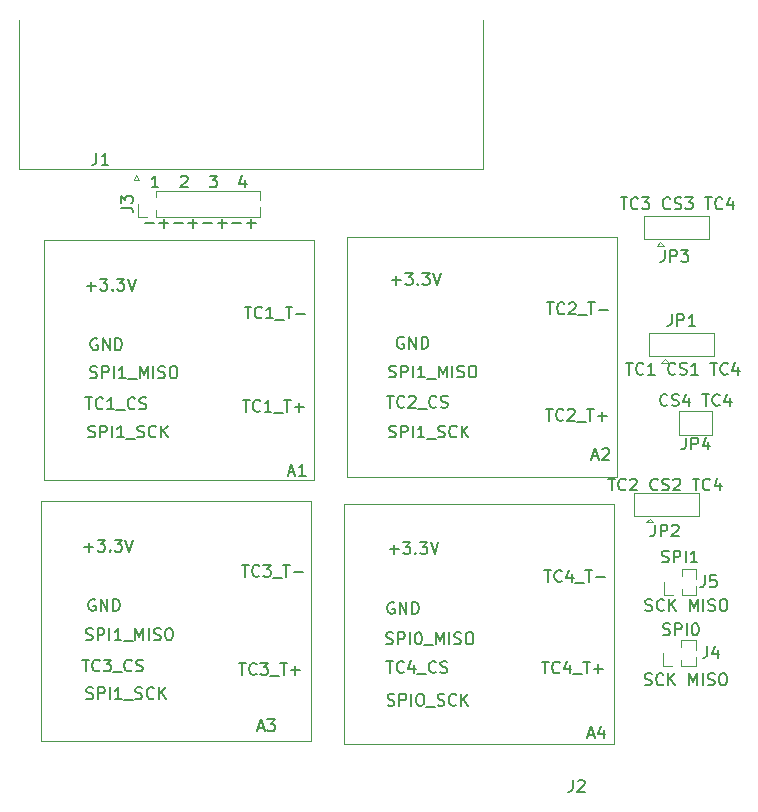
<source format=gbr>
%TF.GenerationSoftware,KiCad,Pcbnew,7.0.7*%
%TF.CreationDate,2023-09-27T20:46:26-07:00*%
%TF.ProjectId,TC-board,54432d62-6f61-4726-942e-6b696361645f,rev?*%
%TF.SameCoordinates,Original*%
%TF.FileFunction,Legend,Top*%
%TF.FilePolarity,Positive*%
%FSLAX46Y46*%
G04 Gerber Fmt 4.6, Leading zero omitted, Abs format (unit mm)*
G04 Created by KiCad (PCBNEW 7.0.7) date 2023-09-27 20:46:26*
%MOMM*%
%LPD*%
G01*
G04 APERTURE LIST*
%ADD10C,0.150000*%
%ADD11C,0.120000*%
G04 APERTURE END LIST*
D10*
X155839160Y-88272200D02*
X155982017Y-88319819D01*
X155982017Y-88319819D02*
X156220112Y-88319819D01*
X156220112Y-88319819D02*
X156315350Y-88272200D01*
X156315350Y-88272200D02*
X156362969Y-88224580D01*
X156362969Y-88224580D02*
X156410588Y-88129342D01*
X156410588Y-88129342D02*
X156410588Y-88034104D01*
X156410588Y-88034104D02*
X156362969Y-87938866D01*
X156362969Y-87938866D02*
X156315350Y-87891247D01*
X156315350Y-87891247D02*
X156220112Y-87843628D01*
X156220112Y-87843628D02*
X156029636Y-87796009D01*
X156029636Y-87796009D02*
X155934398Y-87748390D01*
X155934398Y-87748390D02*
X155886779Y-87700771D01*
X155886779Y-87700771D02*
X155839160Y-87605533D01*
X155839160Y-87605533D02*
X155839160Y-87510295D01*
X155839160Y-87510295D02*
X155886779Y-87415057D01*
X155886779Y-87415057D02*
X155934398Y-87367438D01*
X155934398Y-87367438D02*
X156029636Y-87319819D01*
X156029636Y-87319819D02*
X156267731Y-87319819D01*
X156267731Y-87319819D02*
X156410588Y-87367438D01*
X157410588Y-88224580D02*
X157362969Y-88272200D01*
X157362969Y-88272200D02*
X157220112Y-88319819D01*
X157220112Y-88319819D02*
X157124874Y-88319819D01*
X157124874Y-88319819D02*
X156982017Y-88272200D01*
X156982017Y-88272200D02*
X156886779Y-88176961D01*
X156886779Y-88176961D02*
X156839160Y-88081723D01*
X156839160Y-88081723D02*
X156791541Y-87891247D01*
X156791541Y-87891247D02*
X156791541Y-87748390D01*
X156791541Y-87748390D02*
X156839160Y-87557914D01*
X156839160Y-87557914D02*
X156886779Y-87462676D01*
X156886779Y-87462676D02*
X156982017Y-87367438D01*
X156982017Y-87367438D02*
X157124874Y-87319819D01*
X157124874Y-87319819D02*
X157220112Y-87319819D01*
X157220112Y-87319819D02*
X157362969Y-87367438D01*
X157362969Y-87367438D02*
X157410588Y-87415057D01*
X157839160Y-88319819D02*
X157839160Y-87319819D01*
X158410588Y-88319819D02*
X157982017Y-87748390D01*
X158410588Y-87319819D02*
X157839160Y-87891247D01*
X159601065Y-88319819D02*
X159601065Y-87319819D01*
X159601065Y-87319819D02*
X159934398Y-88034104D01*
X159934398Y-88034104D02*
X160267731Y-87319819D01*
X160267731Y-87319819D02*
X160267731Y-88319819D01*
X160743922Y-88319819D02*
X160743922Y-87319819D01*
X161172493Y-88272200D02*
X161315350Y-88319819D01*
X161315350Y-88319819D02*
X161553445Y-88319819D01*
X161553445Y-88319819D02*
X161648683Y-88272200D01*
X161648683Y-88272200D02*
X161696302Y-88224580D01*
X161696302Y-88224580D02*
X161743921Y-88129342D01*
X161743921Y-88129342D02*
X161743921Y-88034104D01*
X161743921Y-88034104D02*
X161696302Y-87938866D01*
X161696302Y-87938866D02*
X161648683Y-87891247D01*
X161648683Y-87891247D02*
X161553445Y-87843628D01*
X161553445Y-87843628D02*
X161362969Y-87796009D01*
X161362969Y-87796009D02*
X161267731Y-87748390D01*
X161267731Y-87748390D02*
X161220112Y-87700771D01*
X161220112Y-87700771D02*
X161172493Y-87605533D01*
X161172493Y-87605533D02*
X161172493Y-87510295D01*
X161172493Y-87510295D02*
X161220112Y-87415057D01*
X161220112Y-87415057D02*
X161267731Y-87367438D01*
X161267731Y-87367438D02*
X161362969Y-87319819D01*
X161362969Y-87319819D02*
X161601064Y-87319819D01*
X161601064Y-87319819D02*
X161743921Y-87367438D01*
X162362969Y-87319819D02*
X162553445Y-87319819D01*
X162553445Y-87319819D02*
X162648683Y-87367438D01*
X162648683Y-87367438D02*
X162743921Y-87462676D01*
X162743921Y-87462676D02*
X162791540Y-87653152D01*
X162791540Y-87653152D02*
X162791540Y-87986485D01*
X162791540Y-87986485D02*
X162743921Y-88176961D01*
X162743921Y-88176961D02*
X162648683Y-88272200D01*
X162648683Y-88272200D02*
X162553445Y-88319819D01*
X162553445Y-88319819D02*
X162362969Y-88319819D01*
X162362969Y-88319819D02*
X162267731Y-88272200D01*
X162267731Y-88272200D02*
X162172493Y-88176961D01*
X162172493Y-88176961D02*
X162124874Y-87986485D01*
X162124874Y-87986485D02*
X162124874Y-87653152D01*
X162124874Y-87653152D02*
X162172493Y-87462676D01*
X162172493Y-87462676D02*
X162267731Y-87367438D01*
X162267731Y-87367438D02*
X162362969Y-87319819D01*
X157239160Y-84172200D02*
X157382017Y-84219819D01*
X157382017Y-84219819D02*
X157620112Y-84219819D01*
X157620112Y-84219819D02*
X157715350Y-84172200D01*
X157715350Y-84172200D02*
X157762969Y-84124580D01*
X157762969Y-84124580D02*
X157810588Y-84029342D01*
X157810588Y-84029342D02*
X157810588Y-83934104D01*
X157810588Y-83934104D02*
X157762969Y-83838866D01*
X157762969Y-83838866D02*
X157715350Y-83791247D01*
X157715350Y-83791247D02*
X157620112Y-83743628D01*
X157620112Y-83743628D02*
X157429636Y-83696009D01*
X157429636Y-83696009D02*
X157334398Y-83648390D01*
X157334398Y-83648390D02*
X157286779Y-83600771D01*
X157286779Y-83600771D02*
X157239160Y-83505533D01*
X157239160Y-83505533D02*
X157239160Y-83410295D01*
X157239160Y-83410295D02*
X157286779Y-83315057D01*
X157286779Y-83315057D02*
X157334398Y-83267438D01*
X157334398Y-83267438D02*
X157429636Y-83219819D01*
X157429636Y-83219819D02*
X157667731Y-83219819D01*
X157667731Y-83219819D02*
X157810588Y-83267438D01*
X158239160Y-84219819D02*
X158239160Y-83219819D01*
X158239160Y-83219819D02*
X158620112Y-83219819D01*
X158620112Y-83219819D02*
X158715350Y-83267438D01*
X158715350Y-83267438D02*
X158762969Y-83315057D01*
X158762969Y-83315057D02*
X158810588Y-83410295D01*
X158810588Y-83410295D02*
X158810588Y-83553152D01*
X158810588Y-83553152D02*
X158762969Y-83648390D01*
X158762969Y-83648390D02*
X158715350Y-83696009D01*
X158715350Y-83696009D02*
X158620112Y-83743628D01*
X158620112Y-83743628D02*
X158239160Y-83743628D01*
X159239160Y-84219819D02*
X159239160Y-83219819D01*
X160239159Y-84219819D02*
X159667731Y-84219819D01*
X159953445Y-84219819D02*
X159953445Y-83219819D01*
X159953445Y-83219819D02*
X159858207Y-83362676D01*
X159858207Y-83362676D02*
X159762969Y-83457914D01*
X159762969Y-83457914D02*
X159667731Y-83505533D01*
X134560588Y-87617438D02*
X134465350Y-87569819D01*
X134465350Y-87569819D02*
X134322493Y-87569819D01*
X134322493Y-87569819D02*
X134179636Y-87617438D01*
X134179636Y-87617438D02*
X134084398Y-87712676D01*
X134084398Y-87712676D02*
X134036779Y-87807914D01*
X134036779Y-87807914D02*
X133989160Y-87998390D01*
X133989160Y-87998390D02*
X133989160Y-88141247D01*
X133989160Y-88141247D02*
X134036779Y-88331723D01*
X134036779Y-88331723D02*
X134084398Y-88426961D01*
X134084398Y-88426961D02*
X134179636Y-88522200D01*
X134179636Y-88522200D02*
X134322493Y-88569819D01*
X134322493Y-88569819D02*
X134417731Y-88569819D01*
X134417731Y-88569819D02*
X134560588Y-88522200D01*
X134560588Y-88522200D02*
X134608207Y-88474580D01*
X134608207Y-88474580D02*
X134608207Y-88141247D01*
X134608207Y-88141247D02*
X134417731Y-88141247D01*
X135036779Y-88569819D02*
X135036779Y-87569819D01*
X135036779Y-87569819D02*
X135608207Y-88569819D01*
X135608207Y-88569819D02*
X135608207Y-87569819D01*
X136084398Y-88569819D02*
X136084398Y-87569819D01*
X136084398Y-87569819D02*
X136322493Y-87569819D01*
X136322493Y-87569819D02*
X136465350Y-87617438D01*
X136465350Y-87617438D02*
X136560588Y-87712676D01*
X136560588Y-87712676D02*
X136608207Y-87807914D01*
X136608207Y-87807914D02*
X136655826Y-87998390D01*
X136655826Y-87998390D02*
X136655826Y-88141247D01*
X136655826Y-88141247D02*
X136608207Y-88331723D01*
X136608207Y-88331723D02*
X136560588Y-88426961D01*
X136560588Y-88426961D02*
X136465350Y-88522200D01*
X136465350Y-88522200D02*
X136322493Y-88569819D01*
X136322493Y-88569819D02*
X136084398Y-88569819D01*
X121903922Y-62559819D02*
X122475350Y-62559819D01*
X122189636Y-63559819D02*
X122189636Y-62559819D01*
X123380112Y-63464580D02*
X123332493Y-63512200D01*
X123332493Y-63512200D02*
X123189636Y-63559819D01*
X123189636Y-63559819D02*
X123094398Y-63559819D01*
X123094398Y-63559819D02*
X122951541Y-63512200D01*
X122951541Y-63512200D02*
X122856303Y-63416961D01*
X122856303Y-63416961D02*
X122808684Y-63321723D01*
X122808684Y-63321723D02*
X122761065Y-63131247D01*
X122761065Y-63131247D02*
X122761065Y-62988390D01*
X122761065Y-62988390D02*
X122808684Y-62797914D01*
X122808684Y-62797914D02*
X122856303Y-62702676D01*
X122856303Y-62702676D02*
X122951541Y-62607438D01*
X122951541Y-62607438D02*
X123094398Y-62559819D01*
X123094398Y-62559819D02*
X123189636Y-62559819D01*
X123189636Y-62559819D02*
X123332493Y-62607438D01*
X123332493Y-62607438D02*
X123380112Y-62655057D01*
X124332493Y-63559819D02*
X123761065Y-63559819D01*
X124046779Y-63559819D02*
X124046779Y-62559819D01*
X124046779Y-62559819D02*
X123951541Y-62702676D01*
X123951541Y-62702676D02*
X123856303Y-62797914D01*
X123856303Y-62797914D02*
X123761065Y-62845533D01*
X124522970Y-63655057D02*
X125284874Y-63655057D01*
X125380113Y-62559819D02*
X125951541Y-62559819D01*
X125665827Y-63559819D02*
X125665827Y-62559819D01*
X126284875Y-63178866D02*
X127046780Y-63178866D01*
X147513922Y-62209819D02*
X148085350Y-62209819D01*
X147799636Y-63209819D02*
X147799636Y-62209819D01*
X148990112Y-63114580D02*
X148942493Y-63162200D01*
X148942493Y-63162200D02*
X148799636Y-63209819D01*
X148799636Y-63209819D02*
X148704398Y-63209819D01*
X148704398Y-63209819D02*
X148561541Y-63162200D01*
X148561541Y-63162200D02*
X148466303Y-63066961D01*
X148466303Y-63066961D02*
X148418684Y-62971723D01*
X148418684Y-62971723D02*
X148371065Y-62781247D01*
X148371065Y-62781247D02*
X148371065Y-62638390D01*
X148371065Y-62638390D02*
X148418684Y-62447914D01*
X148418684Y-62447914D02*
X148466303Y-62352676D01*
X148466303Y-62352676D02*
X148561541Y-62257438D01*
X148561541Y-62257438D02*
X148704398Y-62209819D01*
X148704398Y-62209819D02*
X148799636Y-62209819D01*
X148799636Y-62209819D02*
X148942493Y-62257438D01*
X148942493Y-62257438D02*
X148990112Y-62305057D01*
X149371065Y-62305057D02*
X149418684Y-62257438D01*
X149418684Y-62257438D02*
X149513922Y-62209819D01*
X149513922Y-62209819D02*
X149752017Y-62209819D01*
X149752017Y-62209819D02*
X149847255Y-62257438D01*
X149847255Y-62257438D02*
X149894874Y-62305057D01*
X149894874Y-62305057D02*
X149942493Y-62400295D01*
X149942493Y-62400295D02*
X149942493Y-62495533D01*
X149942493Y-62495533D02*
X149894874Y-62638390D01*
X149894874Y-62638390D02*
X149323446Y-63209819D01*
X149323446Y-63209819D02*
X149942493Y-63209819D01*
X150132970Y-63305057D02*
X150894874Y-63305057D01*
X150990113Y-62209819D02*
X151561541Y-62209819D01*
X151275827Y-63209819D02*
X151275827Y-62209819D01*
X151894875Y-62828866D02*
X152656780Y-62828866D01*
X152693922Y-77119819D02*
X153265350Y-77119819D01*
X152979636Y-78119819D02*
X152979636Y-77119819D01*
X154170112Y-78024580D02*
X154122493Y-78072200D01*
X154122493Y-78072200D02*
X153979636Y-78119819D01*
X153979636Y-78119819D02*
X153884398Y-78119819D01*
X153884398Y-78119819D02*
X153741541Y-78072200D01*
X153741541Y-78072200D02*
X153646303Y-77976961D01*
X153646303Y-77976961D02*
X153598684Y-77881723D01*
X153598684Y-77881723D02*
X153551065Y-77691247D01*
X153551065Y-77691247D02*
X153551065Y-77548390D01*
X153551065Y-77548390D02*
X153598684Y-77357914D01*
X153598684Y-77357914D02*
X153646303Y-77262676D01*
X153646303Y-77262676D02*
X153741541Y-77167438D01*
X153741541Y-77167438D02*
X153884398Y-77119819D01*
X153884398Y-77119819D02*
X153979636Y-77119819D01*
X153979636Y-77119819D02*
X154122493Y-77167438D01*
X154122493Y-77167438D02*
X154170112Y-77215057D01*
X154551065Y-77215057D02*
X154598684Y-77167438D01*
X154598684Y-77167438D02*
X154693922Y-77119819D01*
X154693922Y-77119819D02*
X154932017Y-77119819D01*
X154932017Y-77119819D02*
X155027255Y-77167438D01*
X155027255Y-77167438D02*
X155074874Y-77215057D01*
X155074874Y-77215057D02*
X155122493Y-77310295D01*
X155122493Y-77310295D02*
X155122493Y-77405533D01*
X155122493Y-77405533D02*
X155074874Y-77548390D01*
X155074874Y-77548390D02*
X154503446Y-78119819D01*
X154503446Y-78119819D02*
X155122493Y-78119819D01*
X156884398Y-78024580D02*
X156836779Y-78072200D01*
X156836779Y-78072200D02*
X156693922Y-78119819D01*
X156693922Y-78119819D02*
X156598684Y-78119819D01*
X156598684Y-78119819D02*
X156455827Y-78072200D01*
X156455827Y-78072200D02*
X156360589Y-77976961D01*
X156360589Y-77976961D02*
X156312970Y-77881723D01*
X156312970Y-77881723D02*
X156265351Y-77691247D01*
X156265351Y-77691247D02*
X156265351Y-77548390D01*
X156265351Y-77548390D02*
X156312970Y-77357914D01*
X156312970Y-77357914D02*
X156360589Y-77262676D01*
X156360589Y-77262676D02*
X156455827Y-77167438D01*
X156455827Y-77167438D02*
X156598684Y-77119819D01*
X156598684Y-77119819D02*
X156693922Y-77119819D01*
X156693922Y-77119819D02*
X156836779Y-77167438D01*
X156836779Y-77167438D02*
X156884398Y-77215057D01*
X157265351Y-78072200D02*
X157408208Y-78119819D01*
X157408208Y-78119819D02*
X157646303Y-78119819D01*
X157646303Y-78119819D02*
X157741541Y-78072200D01*
X157741541Y-78072200D02*
X157789160Y-78024580D01*
X157789160Y-78024580D02*
X157836779Y-77929342D01*
X157836779Y-77929342D02*
X157836779Y-77834104D01*
X157836779Y-77834104D02*
X157789160Y-77738866D01*
X157789160Y-77738866D02*
X157741541Y-77691247D01*
X157741541Y-77691247D02*
X157646303Y-77643628D01*
X157646303Y-77643628D02*
X157455827Y-77596009D01*
X157455827Y-77596009D02*
X157360589Y-77548390D01*
X157360589Y-77548390D02*
X157312970Y-77500771D01*
X157312970Y-77500771D02*
X157265351Y-77405533D01*
X157265351Y-77405533D02*
X157265351Y-77310295D01*
X157265351Y-77310295D02*
X157312970Y-77215057D01*
X157312970Y-77215057D02*
X157360589Y-77167438D01*
X157360589Y-77167438D02*
X157455827Y-77119819D01*
X157455827Y-77119819D02*
X157693922Y-77119819D01*
X157693922Y-77119819D02*
X157836779Y-77167438D01*
X158217732Y-77215057D02*
X158265351Y-77167438D01*
X158265351Y-77167438D02*
X158360589Y-77119819D01*
X158360589Y-77119819D02*
X158598684Y-77119819D01*
X158598684Y-77119819D02*
X158693922Y-77167438D01*
X158693922Y-77167438D02*
X158741541Y-77215057D01*
X158741541Y-77215057D02*
X158789160Y-77310295D01*
X158789160Y-77310295D02*
X158789160Y-77405533D01*
X158789160Y-77405533D02*
X158741541Y-77548390D01*
X158741541Y-77548390D02*
X158170113Y-78119819D01*
X158170113Y-78119819D02*
X158789160Y-78119819D01*
X159836780Y-77119819D02*
X160408208Y-77119819D01*
X160122494Y-78119819D02*
X160122494Y-77119819D01*
X161312970Y-78024580D02*
X161265351Y-78072200D01*
X161265351Y-78072200D02*
X161122494Y-78119819D01*
X161122494Y-78119819D02*
X161027256Y-78119819D01*
X161027256Y-78119819D02*
X160884399Y-78072200D01*
X160884399Y-78072200D02*
X160789161Y-77976961D01*
X160789161Y-77976961D02*
X160741542Y-77881723D01*
X160741542Y-77881723D02*
X160693923Y-77691247D01*
X160693923Y-77691247D02*
X160693923Y-77548390D01*
X160693923Y-77548390D02*
X160741542Y-77357914D01*
X160741542Y-77357914D02*
X160789161Y-77262676D01*
X160789161Y-77262676D02*
X160884399Y-77167438D01*
X160884399Y-77167438D02*
X161027256Y-77119819D01*
X161027256Y-77119819D02*
X161122494Y-77119819D01*
X161122494Y-77119819D02*
X161265351Y-77167438D01*
X161265351Y-77167438D02*
X161312970Y-77215057D01*
X162170113Y-77453152D02*
X162170113Y-78119819D01*
X161932018Y-77072200D02*
X161693923Y-77786485D01*
X161693923Y-77786485D02*
X162312970Y-77786485D01*
X121683922Y-84419819D02*
X122255350Y-84419819D01*
X121969636Y-85419819D02*
X121969636Y-84419819D01*
X123160112Y-85324580D02*
X123112493Y-85372200D01*
X123112493Y-85372200D02*
X122969636Y-85419819D01*
X122969636Y-85419819D02*
X122874398Y-85419819D01*
X122874398Y-85419819D02*
X122731541Y-85372200D01*
X122731541Y-85372200D02*
X122636303Y-85276961D01*
X122636303Y-85276961D02*
X122588684Y-85181723D01*
X122588684Y-85181723D02*
X122541065Y-84991247D01*
X122541065Y-84991247D02*
X122541065Y-84848390D01*
X122541065Y-84848390D02*
X122588684Y-84657914D01*
X122588684Y-84657914D02*
X122636303Y-84562676D01*
X122636303Y-84562676D02*
X122731541Y-84467438D01*
X122731541Y-84467438D02*
X122874398Y-84419819D01*
X122874398Y-84419819D02*
X122969636Y-84419819D01*
X122969636Y-84419819D02*
X123112493Y-84467438D01*
X123112493Y-84467438D02*
X123160112Y-84515057D01*
X123493446Y-84419819D02*
X124112493Y-84419819D01*
X124112493Y-84419819D02*
X123779160Y-84800771D01*
X123779160Y-84800771D02*
X123922017Y-84800771D01*
X123922017Y-84800771D02*
X124017255Y-84848390D01*
X124017255Y-84848390D02*
X124064874Y-84896009D01*
X124064874Y-84896009D02*
X124112493Y-84991247D01*
X124112493Y-84991247D02*
X124112493Y-85229342D01*
X124112493Y-85229342D02*
X124064874Y-85324580D01*
X124064874Y-85324580D02*
X124017255Y-85372200D01*
X124017255Y-85372200D02*
X123922017Y-85419819D01*
X123922017Y-85419819D02*
X123636303Y-85419819D01*
X123636303Y-85419819D02*
X123541065Y-85372200D01*
X123541065Y-85372200D02*
X123493446Y-85324580D01*
X124302970Y-85515057D02*
X125064874Y-85515057D01*
X125160113Y-84419819D02*
X125731541Y-84419819D01*
X125445827Y-85419819D02*
X125445827Y-84419819D01*
X126064875Y-85038866D02*
X126826780Y-85038866D01*
X121753922Y-70449819D02*
X122325350Y-70449819D01*
X122039636Y-71449819D02*
X122039636Y-70449819D01*
X123230112Y-71354580D02*
X123182493Y-71402200D01*
X123182493Y-71402200D02*
X123039636Y-71449819D01*
X123039636Y-71449819D02*
X122944398Y-71449819D01*
X122944398Y-71449819D02*
X122801541Y-71402200D01*
X122801541Y-71402200D02*
X122706303Y-71306961D01*
X122706303Y-71306961D02*
X122658684Y-71211723D01*
X122658684Y-71211723D02*
X122611065Y-71021247D01*
X122611065Y-71021247D02*
X122611065Y-70878390D01*
X122611065Y-70878390D02*
X122658684Y-70687914D01*
X122658684Y-70687914D02*
X122706303Y-70592676D01*
X122706303Y-70592676D02*
X122801541Y-70497438D01*
X122801541Y-70497438D02*
X122944398Y-70449819D01*
X122944398Y-70449819D02*
X123039636Y-70449819D01*
X123039636Y-70449819D02*
X123182493Y-70497438D01*
X123182493Y-70497438D02*
X123230112Y-70545057D01*
X124182493Y-71449819D02*
X123611065Y-71449819D01*
X123896779Y-71449819D02*
X123896779Y-70449819D01*
X123896779Y-70449819D02*
X123801541Y-70592676D01*
X123801541Y-70592676D02*
X123706303Y-70687914D01*
X123706303Y-70687914D02*
X123611065Y-70735533D01*
X124372970Y-71545057D02*
X125134874Y-71545057D01*
X125230113Y-70449819D02*
X125801541Y-70449819D01*
X125515827Y-71449819D02*
X125515827Y-70449819D01*
X126134875Y-71068866D02*
X126896780Y-71068866D01*
X126515827Y-71449819D02*
X126515827Y-70687914D01*
X133913922Y-92559819D02*
X134485350Y-92559819D01*
X134199636Y-93559819D02*
X134199636Y-92559819D01*
X135390112Y-93464580D02*
X135342493Y-93512200D01*
X135342493Y-93512200D02*
X135199636Y-93559819D01*
X135199636Y-93559819D02*
X135104398Y-93559819D01*
X135104398Y-93559819D02*
X134961541Y-93512200D01*
X134961541Y-93512200D02*
X134866303Y-93416961D01*
X134866303Y-93416961D02*
X134818684Y-93321723D01*
X134818684Y-93321723D02*
X134771065Y-93131247D01*
X134771065Y-93131247D02*
X134771065Y-92988390D01*
X134771065Y-92988390D02*
X134818684Y-92797914D01*
X134818684Y-92797914D02*
X134866303Y-92702676D01*
X134866303Y-92702676D02*
X134961541Y-92607438D01*
X134961541Y-92607438D02*
X135104398Y-92559819D01*
X135104398Y-92559819D02*
X135199636Y-92559819D01*
X135199636Y-92559819D02*
X135342493Y-92607438D01*
X135342493Y-92607438D02*
X135390112Y-92655057D01*
X136247255Y-92893152D02*
X136247255Y-93559819D01*
X136009160Y-92512200D02*
X135771065Y-93226485D01*
X135771065Y-93226485D02*
X136390112Y-93226485D01*
X136532970Y-93655057D02*
X137294874Y-93655057D01*
X138104398Y-93464580D02*
X138056779Y-93512200D01*
X138056779Y-93512200D02*
X137913922Y-93559819D01*
X137913922Y-93559819D02*
X137818684Y-93559819D01*
X137818684Y-93559819D02*
X137675827Y-93512200D01*
X137675827Y-93512200D02*
X137580589Y-93416961D01*
X137580589Y-93416961D02*
X137532970Y-93321723D01*
X137532970Y-93321723D02*
X137485351Y-93131247D01*
X137485351Y-93131247D02*
X137485351Y-92988390D01*
X137485351Y-92988390D02*
X137532970Y-92797914D01*
X137532970Y-92797914D02*
X137580589Y-92702676D01*
X137580589Y-92702676D02*
X137675827Y-92607438D01*
X137675827Y-92607438D02*
X137818684Y-92559819D01*
X137818684Y-92559819D02*
X137913922Y-92559819D01*
X137913922Y-92559819D02*
X138056779Y-92607438D01*
X138056779Y-92607438D02*
X138104398Y-92655057D01*
X138485351Y-93512200D02*
X138628208Y-93559819D01*
X138628208Y-93559819D02*
X138866303Y-93559819D01*
X138866303Y-93559819D02*
X138961541Y-93512200D01*
X138961541Y-93512200D02*
X139009160Y-93464580D01*
X139009160Y-93464580D02*
X139056779Y-93369342D01*
X139056779Y-93369342D02*
X139056779Y-93274104D01*
X139056779Y-93274104D02*
X139009160Y-93178866D01*
X139009160Y-93178866D02*
X138961541Y-93131247D01*
X138961541Y-93131247D02*
X138866303Y-93083628D01*
X138866303Y-93083628D02*
X138675827Y-93036009D01*
X138675827Y-93036009D02*
X138580589Y-92988390D01*
X138580589Y-92988390D02*
X138532970Y-92940771D01*
X138532970Y-92940771D02*
X138485351Y-92845533D01*
X138485351Y-92845533D02*
X138485351Y-92750295D01*
X138485351Y-92750295D02*
X138532970Y-92655057D01*
X138532970Y-92655057D02*
X138580589Y-92607438D01*
X138580589Y-92607438D02*
X138675827Y-92559819D01*
X138675827Y-92559819D02*
X138913922Y-92559819D01*
X138913922Y-92559819D02*
X139056779Y-92607438D01*
X133953922Y-70119819D02*
X134525350Y-70119819D01*
X134239636Y-71119819D02*
X134239636Y-70119819D01*
X135430112Y-71024580D02*
X135382493Y-71072200D01*
X135382493Y-71072200D02*
X135239636Y-71119819D01*
X135239636Y-71119819D02*
X135144398Y-71119819D01*
X135144398Y-71119819D02*
X135001541Y-71072200D01*
X135001541Y-71072200D02*
X134906303Y-70976961D01*
X134906303Y-70976961D02*
X134858684Y-70881723D01*
X134858684Y-70881723D02*
X134811065Y-70691247D01*
X134811065Y-70691247D02*
X134811065Y-70548390D01*
X134811065Y-70548390D02*
X134858684Y-70357914D01*
X134858684Y-70357914D02*
X134906303Y-70262676D01*
X134906303Y-70262676D02*
X135001541Y-70167438D01*
X135001541Y-70167438D02*
X135144398Y-70119819D01*
X135144398Y-70119819D02*
X135239636Y-70119819D01*
X135239636Y-70119819D02*
X135382493Y-70167438D01*
X135382493Y-70167438D02*
X135430112Y-70215057D01*
X135811065Y-70215057D02*
X135858684Y-70167438D01*
X135858684Y-70167438D02*
X135953922Y-70119819D01*
X135953922Y-70119819D02*
X136192017Y-70119819D01*
X136192017Y-70119819D02*
X136287255Y-70167438D01*
X136287255Y-70167438D02*
X136334874Y-70215057D01*
X136334874Y-70215057D02*
X136382493Y-70310295D01*
X136382493Y-70310295D02*
X136382493Y-70405533D01*
X136382493Y-70405533D02*
X136334874Y-70548390D01*
X136334874Y-70548390D02*
X135763446Y-71119819D01*
X135763446Y-71119819D02*
X136382493Y-71119819D01*
X136572970Y-71215057D02*
X137334874Y-71215057D01*
X138144398Y-71024580D02*
X138096779Y-71072200D01*
X138096779Y-71072200D02*
X137953922Y-71119819D01*
X137953922Y-71119819D02*
X137858684Y-71119819D01*
X137858684Y-71119819D02*
X137715827Y-71072200D01*
X137715827Y-71072200D02*
X137620589Y-70976961D01*
X137620589Y-70976961D02*
X137572970Y-70881723D01*
X137572970Y-70881723D02*
X137525351Y-70691247D01*
X137525351Y-70691247D02*
X137525351Y-70548390D01*
X137525351Y-70548390D02*
X137572970Y-70357914D01*
X137572970Y-70357914D02*
X137620589Y-70262676D01*
X137620589Y-70262676D02*
X137715827Y-70167438D01*
X137715827Y-70167438D02*
X137858684Y-70119819D01*
X137858684Y-70119819D02*
X137953922Y-70119819D01*
X137953922Y-70119819D02*
X138096779Y-70167438D01*
X138096779Y-70167438D02*
X138144398Y-70215057D01*
X138525351Y-71072200D02*
X138668208Y-71119819D01*
X138668208Y-71119819D02*
X138906303Y-71119819D01*
X138906303Y-71119819D02*
X139001541Y-71072200D01*
X139001541Y-71072200D02*
X139049160Y-71024580D01*
X139049160Y-71024580D02*
X139096779Y-70929342D01*
X139096779Y-70929342D02*
X139096779Y-70834104D01*
X139096779Y-70834104D02*
X139049160Y-70738866D01*
X139049160Y-70738866D02*
X139001541Y-70691247D01*
X139001541Y-70691247D02*
X138906303Y-70643628D01*
X138906303Y-70643628D02*
X138715827Y-70596009D01*
X138715827Y-70596009D02*
X138620589Y-70548390D01*
X138620589Y-70548390D02*
X138572970Y-70500771D01*
X138572970Y-70500771D02*
X138525351Y-70405533D01*
X138525351Y-70405533D02*
X138525351Y-70310295D01*
X138525351Y-70310295D02*
X138572970Y-70215057D01*
X138572970Y-70215057D02*
X138620589Y-70167438D01*
X138620589Y-70167438D02*
X138715827Y-70119819D01*
X138715827Y-70119819D02*
X138953922Y-70119819D01*
X138953922Y-70119819D02*
X139096779Y-70167438D01*
X157339160Y-90322200D02*
X157482017Y-90369819D01*
X157482017Y-90369819D02*
X157720112Y-90369819D01*
X157720112Y-90369819D02*
X157815350Y-90322200D01*
X157815350Y-90322200D02*
X157862969Y-90274580D01*
X157862969Y-90274580D02*
X157910588Y-90179342D01*
X157910588Y-90179342D02*
X157910588Y-90084104D01*
X157910588Y-90084104D02*
X157862969Y-89988866D01*
X157862969Y-89988866D02*
X157815350Y-89941247D01*
X157815350Y-89941247D02*
X157720112Y-89893628D01*
X157720112Y-89893628D02*
X157529636Y-89846009D01*
X157529636Y-89846009D02*
X157434398Y-89798390D01*
X157434398Y-89798390D02*
X157386779Y-89750771D01*
X157386779Y-89750771D02*
X157339160Y-89655533D01*
X157339160Y-89655533D02*
X157339160Y-89560295D01*
X157339160Y-89560295D02*
X157386779Y-89465057D01*
X157386779Y-89465057D02*
X157434398Y-89417438D01*
X157434398Y-89417438D02*
X157529636Y-89369819D01*
X157529636Y-89369819D02*
X157767731Y-89369819D01*
X157767731Y-89369819D02*
X157910588Y-89417438D01*
X158339160Y-90369819D02*
X158339160Y-89369819D01*
X158339160Y-89369819D02*
X158720112Y-89369819D01*
X158720112Y-89369819D02*
X158815350Y-89417438D01*
X158815350Y-89417438D02*
X158862969Y-89465057D01*
X158862969Y-89465057D02*
X158910588Y-89560295D01*
X158910588Y-89560295D02*
X158910588Y-89703152D01*
X158910588Y-89703152D02*
X158862969Y-89798390D01*
X158862969Y-89798390D02*
X158815350Y-89846009D01*
X158815350Y-89846009D02*
X158720112Y-89893628D01*
X158720112Y-89893628D02*
X158339160Y-89893628D01*
X159339160Y-90369819D02*
X159339160Y-89369819D01*
X160005826Y-89369819D02*
X160101064Y-89369819D01*
X160101064Y-89369819D02*
X160196302Y-89417438D01*
X160196302Y-89417438D02*
X160243921Y-89465057D01*
X160243921Y-89465057D02*
X160291540Y-89560295D01*
X160291540Y-89560295D02*
X160339159Y-89750771D01*
X160339159Y-89750771D02*
X160339159Y-89988866D01*
X160339159Y-89988866D02*
X160291540Y-90179342D01*
X160291540Y-90179342D02*
X160243921Y-90274580D01*
X160243921Y-90274580D02*
X160196302Y-90322200D01*
X160196302Y-90322200D02*
X160101064Y-90369819D01*
X160101064Y-90369819D02*
X160005826Y-90369819D01*
X160005826Y-90369819D02*
X159910588Y-90322200D01*
X159910588Y-90322200D02*
X159862969Y-90274580D01*
X159862969Y-90274580D02*
X159815350Y-90179342D01*
X159815350Y-90179342D02*
X159767731Y-89988866D01*
X159767731Y-89988866D02*
X159767731Y-89750771D01*
X159767731Y-89750771D02*
X159815350Y-89560295D01*
X159815350Y-89560295D02*
X159862969Y-89465057D01*
X159862969Y-89465057D02*
X159910588Y-89417438D01*
X159910588Y-89417438D02*
X160005826Y-89369819D01*
X108433922Y-70249819D02*
X109005350Y-70249819D01*
X108719636Y-71249819D02*
X108719636Y-70249819D01*
X109910112Y-71154580D02*
X109862493Y-71202200D01*
X109862493Y-71202200D02*
X109719636Y-71249819D01*
X109719636Y-71249819D02*
X109624398Y-71249819D01*
X109624398Y-71249819D02*
X109481541Y-71202200D01*
X109481541Y-71202200D02*
X109386303Y-71106961D01*
X109386303Y-71106961D02*
X109338684Y-71011723D01*
X109338684Y-71011723D02*
X109291065Y-70821247D01*
X109291065Y-70821247D02*
X109291065Y-70678390D01*
X109291065Y-70678390D02*
X109338684Y-70487914D01*
X109338684Y-70487914D02*
X109386303Y-70392676D01*
X109386303Y-70392676D02*
X109481541Y-70297438D01*
X109481541Y-70297438D02*
X109624398Y-70249819D01*
X109624398Y-70249819D02*
X109719636Y-70249819D01*
X109719636Y-70249819D02*
X109862493Y-70297438D01*
X109862493Y-70297438D02*
X109910112Y-70345057D01*
X110862493Y-71249819D02*
X110291065Y-71249819D01*
X110576779Y-71249819D02*
X110576779Y-70249819D01*
X110576779Y-70249819D02*
X110481541Y-70392676D01*
X110481541Y-70392676D02*
X110386303Y-70487914D01*
X110386303Y-70487914D02*
X110291065Y-70535533D01*
X111052970Y-71345057D02*
X111814874Y-71345057D01*
X112624398Y-71154580D02*
X112576779Y-71202200D01*
X112576779Y-71202200D02*
X112433922Y-71249819D01*
X112433922Y-71249819D02*
X112338684Y-71249819D01*
X112338684Y-71249819D02*
X112195827Y-71202200D01*
X112195827Y-71202200D02*
X112100589Y-71106961D01*
X112100589Y-71106961D02*
X112052970Y-71011723D01*
X112052970Y-71011723D02*
X112005351Y-70821247D01*
X112005351Y-70821247D02*
X112005351Y-70678390D01*
X112005351Y-70678390D02*
X112052970Y-70487914D01*
X112052970Y-70487914D02*
X112100589Y-70392676D01*
X112100589Y-70392676D02*
X112195827Y-70297438D01*
X112195827Y-70297438D02*
X112338684Y-70249819D01*
X112338684Y-70249819D02*
X112433922Y-70249819D01*
X112433922Y-70249819D02*
X112576779Y-70297438D01*
X112576779Y-70297438D02*
X112624398Y-70345057D01*
X113005351Y-71202200D02*
X113148208Y-71249819D01*
X113148208Y-71249819D02*
X113386303Y-71249819D01*
X113386303Y-71249819D02*
X113481541Y-71202200D01*
X113481541Y-71202200D02*
X113529160Y-71154580D01*
X113529160Y-71154580D02*
X113576779Y-71059342D01*
X113576779Y-71059342D02*
X113576779Y-70964104D01*
X113576779Y-70964104D02*
X113529160Y-70868866D01*
X113529160Y-70868866D02*
X113481541Y-70821247D01*
X113481541Y-70821247D02*
X113386303Y-70773628D01*
X113386303Y-70773628D02*
X113195827Y-70726009D01*
X113195827Y-70726009D02*
X113100589Y-70678390D01*
X113100589Y-70678390D02*
X113052970Y-70630771D01*
X113052970Y-70630771D02*
X113005351Y-70535533D01*
X113005351Y-70535533D02*
X113005351Y-70440295D01*
X113005351Y-70440295D02*
X113052970Y-70345057D01*
X113052970Y-70345057D02*
X113100589Y-70297438D01*
X113100589Y-70297438D02*
X113195827Y-70249819D01*
X113195827Y-70249819D02*
X113433922Y-70249819D01*
X113433922Y-70249819D02*
X113576779Y-70297438D01*
X134376779Y-60328866D02*
X135138684Y-60328866D01*
X134757731Y-60709819D02*
X134757731Y-59947914D01*
X135519636Y-59709819D02*
X136138683Y-59709819D01*
X136138683Y-59709819D02*
X135805350Y-60090771D01*
X135805350Y-60090771D02*
X135948207Y-60090771D01*
X135948207Y-60090771D02*
X136043445Y-60138390D01*
X136043445Y-60138390D02*
X136091064Y-60186009D01*
X136091064Y-60186009D02*
X136138683Y-60281247D01*
X136138683Y-60281247D02*
X136138683Y-60519342D01*
X136138683Y-60519342D02*
X136091064Y-60614580D01*
X136091064Y-60614580D02*
X136043445Y-60662200D01*
X136043445Y-60662200D02*
X135948207Y-60709819D01*
X135948207Y-60709819D02*
X135662493Y-60709819D01*
X135662493Y-60709819D02*
X135567255Y-60662200D01*
X135567255Y-60662200D02*
X135519636Y-60614580D01*
X136567255Y-60614580D02*
X136614874Y-60662200D01*
X136614874Y-60662200D02*
X136567255Y-60709819D01*
X136567255Y-60709819D02*
X136519636Y-60662200D01*
X136519636Y-60662200D02*
X136567255Y-60614580D01*
X136567255Y-60614580D02*
X136567255Y-60709819D01*
X136948207Y-59709819D02*
X137567254Y-59709819D01*
X137567254Y-59709819D02*
X137233921Y-60090771D01*
X137233921Y-60090771D02*
X137376778Y-60090771D01*
X137376778Y-60090771D02*
X137472016Y-60138390D01*
X137472016Y-60138390D02*
X137519635Y-60186009D01*
X137519635Y-60186009D02*
X137567254Y-60281247D01*
X137567254Y-60281247D02*
X137567254Y-60519342D01*
X137567254Y-60519342D02*
X137519635Y-60614580D01*
X137519635Y-60614580D02*
X137472016Y-60662200D01*
X137472016Y-60662200D02*
X137376778Y-60709819D01*
X137376778Y-60709819D02*
X137091064Y-60709819D01*
X137091064Y-60709819D02*
X136995826Y-60662200D01*
X136995826Y-60662200D02*
X136948207Y-60614580D01*
X137852969Y-59709819D02*
X138186302Y-60709819D01*
X138186302Y-60709819D02*
X138519635Y-59709819D01*
X133899160Y-91092200D02*
X134042017Y-91139819D01*
X134042017Y-91139819D02*
X134280112Y-91139819D01*
X134280112Y-91139819D02*
X134375350Y-91092200D01*
X134375350Y-91092200D02*
X134422969Y-91044580D01*
X134422969Y-91044580D02*
X134470588Y-90949342D01*
X134470588Y-90949342D02*
X134470588Y-90854104D01*
X134470588Y-90854104D02*
X134422969Y-90758866D01*
X134422969Y-90758866D02*
X134375350Y-90711247D01*
X134375350Y-90711247D02*
X134280112Y-90663628D01*
X134280112Y-90663628D02*
X134089636Y-90616009D01*
X134089636Y-90616009D02*
X133994398Y-90568390D01*
X133994398Y-90568390D02*
X133946779Y-90520771D01*
X133946779Y-90520771D02*
X133899160Y-90425533D01*
X133899160Y-90425533D02*
X133899160Y-90330295D01*
X133899160Y-90330295D02*
X133946779Y-90235057D01*
X133946779Y-90235057D02*
X133994398Y-90187438D01*
X133994398Y-90187438D02*
X134089636Y-90139819D01*
X134089636Y-90139819D02*
X134327731Y-90139819D01*
X134327731Y-90139819D02*
X134470588Y-90187438D01*
X134899160Y-91139819D02*
X134899160Y-90139819D01*
X134899160Y-90139819D02*
X135280112Y-90139819D01*
X135280112Y-90139819D02*
X135375350Y-90187438D01*
X135375350Y-90187438D02*
X135422969Y-90235057D01*
X135422969Y-90235057D02*
X135470588Y-90330295D01*
X135470588Y-90330295D02*
X135470588Y-90473152D01*
X135470588Y-90473152D02*
X135422969Y-90568390D01*
X135422969Y-90568390D02*
X135375350Y-90616009D01*
X135375350Y-90616009D02*
X135280112Y-90663628D01*
X135280112Y-90663628D02*
X134899160Y-90663628D01*
X135899160Y-91139819D02*
X135899160Y-90139819D01*
X136565826Y-90139819D02*
X136661064Y-90139819D01*
X136661064Y-90139819D02*
X136756302Y-90187438D01*
X136756302Y-90187438D02*
X136803921Y-90235057D01*
X136803921Y-90235057D02*
X136851540Y-90330295D01*
X136851540Y-90330295D02*
X136899159Y-90520771D01*
X136899159Y-90520771D02*
X136899159Y-90758866D01*
X136899159Y-90758866D02*
X136851540Y-90949342D01*
X136851540Y-90949342D02*
X136803921Y-91044580D01*
X136803921Y-91044580D02*
X136756302Y-91092200D01*
X136756302Y-91092200D02*
X136661064Y-91139819D01*
X136661064Y-91139819D02*
X136565826Y-91139819D01*
X136565826Y-91139819D02*
X136470588Y-91092200D01*
X136470588Y-91092200D02*
X136422969Y-91044580D01*
X136422969Y-91044580D02*
X136375350Y-90949342D01*
X136375350Y-90949342D02*
X136327731Y-90758866D01*
X136327731Y-90758866D02*
X136327731Y-90520771D01*
X136327731Y-90520771D02*
X136375350Y-90330295D01*
X136375350Y-90330295D02*
X136422969Y-90235057D01*
X136422969Y-90235057D02*
X136470588Y-90187438D01*
X136470588Y-90187438D02*
X136565826Y-90139819D01*
X137089636Y-91235057D02*
X137851540Y-91235057D01*
X138089636Y-91139819D02*
X138089636Y-90139819D01*
X138089636Y-90139819D02*
X138422969Y-90854104D01*
X138422969Y-90854104D02*
X138756302Y-90139819D01*
X138756302Y-90139819D02*
X138756302Y-91139819D01*
X139232493Y-91139819D02*
X139232493Y-90139819D01*
X139661064Y-91092200D02*
X139803921Y-91139819D01*
X139803921Y-91139819D02*
X140042016Y-91139819D01*
X140042016Y-91139819D02*
X140137254Y-91092200D01*
X140137254Y-91092200D02*
X140184873Y-91044580D01*
X140184873Y-91044580D02*
X140232492Y-90949342D01*
X140232492Y-90949342D02*
X140232492Y-90854104D01*
X140232492Y-90854104D02*
X140184873Y-90758866D01*
X140184873Y-90758866D02*
X140137254Y-90711247D01*
X140137254Y-90711247D02*
X140042016Y-90663628D01*
X140042016Y-90663628D02*
X139851540Y-90616009D01*
X139851540Y-90616009D02*
X139756302Y-90568390D01*
X139756302Y-90568390D02*
X139708683Y-90520771D01*
X139708683Y-90520771D02*
X139661064Y-90425533D01*
X139661064Y-90425533D02*
X139661064Y-90330295D01*
X139661064Y-90330295D02*
X139708683Y-90235057D01*
X139708683Y-90235057D02*
X139756302Y-90187438D01*
X139756302Y-90187438D02*
X139851540Y-90139819D01*
X139851540Y-90139819D02*
X140089635Y-90139819D01*
X140089635Y-90139819D02*
X140232492Y-90187438D01*
X140851540Y-90139819D02*
X141042016Y-90139819D01*
X141042016Y-90139819D02*
X141137254Y-90187438D01*
X141137254Y-90187438D02*
X141232492Y-90282676D01*
X141232492Y-90282676D02*
X141280111Y-90473152D01*
X141280111Y-90473152D02*
X141280111Y-90806485D01*
X141280111Y-90806485D02*
X141232492Y-90996961D01*
X141232492Y-90996961D02*
X141137254Y-91092200D01*
X141137254Y-91092200D02*
X141042016Y-91139819D01*
X141042016Y-91139819D02*
X140851540Y-91139819D01*
X140851540Y-91139819D02*
X140756302Y-91092200D01*
X140756302Y-91092200D02*
X140661064Y-90996961D01*
X140661064Y-90996961D02*
X140613445Y-90806485D01*
X140613445Y-90806485D02*
X140613445Y-90473152D01*
X140613445Y-90473152D02*
X140661064Y-90282676D01*
X140661064Y-90282676D02*
X140756302Y-90187438D01*
X140756302Y-90187438D02*
X140851540Y-90139819D01*
X121443922Y-92729819D02*
X122015350Y-92729819D01*
X121729636Y-93729819D02*
X121729636Y-92729819D01*
X122920112Y-93634580D02*
X122872493Y-93682200D01*
X122872493Y-93682200D02*
X122729636Y-93729819D01*
X122729636Y-93729819D02*
X122634398Y-93729819D01*
X122634398Y-93729819D02*
X122491541Y-93682200D01*
X122491541Y-93682200D02*
X122396303Y-93586961D01*
X122396303Y-93586961D02*
X122348684Y-93491723D01*
X122348684Y-93491723D02*
X122301065Y-93301247D01*
X122301065Y-93301247D02*
X122301065Y-93158390D01*
X122301065Y-93158390D02*
X122348684Y-92967914D01*
X122348684Y-92967914D02*
X122396303Y-92872676D01*
X122396303Y-92872676D02*
X122491541Y-92777438D01*
X122491541Y-92777438D02*
X122634398Y-92729819D01*
X122634398Y-92729819D02*
X122729636Y-92729819D01*
X122729636Y-92729819D02*
X122872493Y-92777438D01*
X122872493Y-92777438D02*
X122920112Y-92825057D01*
X123253446Y-92729819D02*
X123872493Y-92729819D01*
X123872493Y-92729819D02*
X123539160Y-93110771D01*
X123539160Y-93110771D02*
X123682017Y-93110771D01*
X123682017Y-93110771D02*
X123777255Y-93158390D01*
X123777255Y-93158390D02*
X123824874Y-93206009D01*
X123824874Y-93206009D02*
X123872493Y-93301247D01*
X123872493Y-93301247D02*
X123872493Y-93539342D01*
X123872493Y-93539342D02*
X123824874Y-93634580D01*
X123824874Y-93634580D02*
X123777255Y-93682200D01*
X123777255Y-93682200D02*
X123682017Y-93729819D01*
X123682017Y-93729819D02*
X123396303Y-93729819D01*
X123396303Y-93729819D02*
X123301065Y-93682200D01*
X123301065Y-93682200D02*
X123253446Y-93634580D01*
X124062970Y-93825057D02*
X124824874Y-93825057D01*
X124920113Y-92729819D02*
X125491541Y-92729819D01*
X125205827Y-93729819D02*
X125205827Y-92729819D01*
X125824875Y-93348866D02*
X126586780Y-93348866D01*
X126205827Y-93729819D02*
X126205827Y-92967914D01*
X147093922Y-92609819D02*
X147665350Y-92609819D01*
X147379636Y-93609819D02*
X147379636Y-92609819D01*
X148570112Y-93514580D02*
X148522493Y-93562200D01*
X148522493Y-93562200D02*
X148379636Y-93609819D01*
X148379636Y-93609819D02*
X148284398Y-93609819D01*
X148284398Y-93609819D02*
X148141541Y-93562200D01*
X148141541Y-93562200D02*
X148046303Y-93466961D01*
X148046303Y-93466961D02*
X147998684Y-93371723D01*
X147998684Y-93371723D02*
X147951065Y-93181247D01*
X147951065Y-93181247D02*
X147951065Y-93038390D01*
X147951065Y-93038390D02*
X147998684Y-92847914D01*
X147998684Y-92847914D02*
X148046303Y-92752676D01*
X148046303Y-92752676D02*
X148141541Y-92657438D01*
X148141541Y-92657438D02*
X148284398Y-92609819D01*
X148284398Y-92609819D02*
X148379636Y-92609819D01*
X148379636Y-92609819D02*
X148522493Y-92657438D01*
X148522493Y-92657438D02*
X148570112Y-92705057D01*
X149427255Y-92943152D02*
X149427255Y-93609819D01*
X149189160Y-92562200D02*
X148951065Y-93276485D01*
X148951065Y-93276485D02*
X149570112Y-93276485D01*
X149712970Y-93705057D02*
X150474874Y-93705057D01*
X150570113Y-92609819D02*
X151141541Y-92609819D01*
X150855827Y-93609819D02*
X150855827Y-92609819D01*
X151474875Y-93228866D02*
X152236780Y-93228866D01*
X151855827Y-93609819D02*
X151855827Y-92847914D01*
X135370588Y-65157438D02*
X135275350Y-65109819D01*
X135275350Y-65109819D02*
X135132493Y-65109819D01*
X135132493Y-65109819D02*
X134989636Y-65157438D01*
X134989636Y-65157438D02*
X134894398Y-65252676D01*
X134894398Y-65252676D02*
X134846779Y-65347914D01*
X134846779Y-65347914D02*
X134799160Y-65538390D01*
X134799160Y-65538390D02*
X134799160Y-65681247D01*
X134799160Y-65681247D02*
X134846779Y-65871723D01*
X134846779Y-65871723D02*
X134894398Y-65966961D01*
X134894398Y-65966961D02*
X134989636Y-66062200D01*
X134989636Y-66062200D02*
X135132493Y-66109819D01*
X135132493Y-66109819D02*
X135227731Y-66109819D01*
X135227731Y-66109819D02*
X135370588Y-66062200D01*
X135370588Y-66062200D02*
X135418207Y-66014580D01*
X135418207Y-66014580D02*
X135418207Y-65681247D01*
X135418207Y-65681247D02*
X135227731Y-65681247D01*
X135846779Y-66109819D02*
X135846779Y-65109819D01*
X135846779Y-65109819D02*
X136418207Y-66109819D01*
X136418207Y-66109819D02*
X136418207Y-65109819D01*
X136894398Y-66109819D02*
X136894398Y-65109819D01*
X136894398Y-65109819D02*
X137132493Y-65109819D01*
X137132493Y-65109819D02*
X137275350Y-65157438D01*
X137275350Y-65157438D02*
X137370588Y-65252676D01*
X137370588Y-65252676D02*
X137418207Y-65347914D01*
X137418207Y-65347914D02*
X137465826Y-65538390D01*
X137465826Y-65538390D02*
X137465826Y-65681247D01*
X137465826Y-65681247D02*
X137418207Y-65871723D01*
X137418207Y-65871723D02*
X137370588Y-65966961D01*
X137370588Y-65966961D02*
X137275350Y-66062200D01*
X137275350Y-66062200D02*
X137132493Y-66109819D01*
X137132493Y-66109819D02*
X136894398Y-66109819D01*
X113436779Y-55488866D02*
X114198684Y-55488866D01*
X114674874Y-55488866D02*
X115436779Y-55488866D01*
X115055826Y-55869819D02*
X115055826Y-55107914D01*
X115912969Y-55488866D02*
X116674874Y-55488866D01*
X117151064Y-55488866D02*
X117912969Y-55488866D01*
X117532016Y-55869819D02*
X117532016Y-55107914D01*
X118389159Y-55488866D02*
X119151064Y-55488866D01*
X119627254Y-55488866D02*
X120389159Y-55488866D01*
X120008206Y-55869819D02*
X120008206Y-55107914D01*
X120865349Y-55488866D02*
X121627254Y-55488866D01*
X122103444Y-55488866D02*
X122865349Y-55488866D01*
X122484396Y-55869819D02*
X122484396Y-55107914D01*
X108839160Y-68562200D02*
X108982017Y-68609819D01*
X108982017Y-68609819D02*
X109220112Y-68609819D01*
X109220112Y-68609819D02*
X109315350Y-68562200D01*
X109315350Y-68562200D02*
X109362969Y-68514580D01*
X109362969Y-68514580D02*
X109410588Y-68419342D01*
X109410588Y-68419342D02*
X109410588Y-68324104D01*
X109410588Y-68324104D02*
X109362969Y-68228866D01*
X109362969Y-68228866D02*
X109315350Y-68181247D01*
X109315350Y-68181247D02*
X109220112Y-68133628D01*
X109220112Y-68133628D02*
X109029636Y-68086009D01*
X109029636Y-68086009D02*
X108934398Y-68038390D01*
X108934398Y-68038390D02*
X108886779Y-67990771D01*
X108886779Y-67990771D02*
X108839160Y-67895533D01*
X108839160Y-67895533D02*
X108839160Y-67800295D01*
X108839160Y-67800295D02*
X108886779Y-67705057D01*
X108886779Y-67705057D02*
X108934398Y-67657438D01*
X108934398Y-67657438D02*
X109029636Y-67609819D01*
X109029636Y-67609819D02*
X109267731Y-67609819D01*
X109267731Y-67609819D02*
X109410588Y-67657438D01*
X109839160Y-68609819D02*
X109839160Y-67609819D01*
X109839160Y-67609819D02*
X110220112Y-67609819D01*
X110220112Y-67609819D02*
X110315350Y-67657438D01*
X110315350Y-67657438D02*
X110362969Y-67705057D01*
X110362969Y-67705057D02*
X110410588Y-67800295D01*
X110410588Y-67800295D02*
X110410588Y-67943152D01*
X110410588Y-67943152D02*
X110362969Y-68038390D01*
X110362969Y-68038390D02*
X110315350Y-68086009D01*
X110315350Y-68086009D02*
X110220112Y-68133628D01*
X110220112Y-68133628D02*
X109839160Y-68133628D01*
X110839160Y-68609819D02*
X110839160Y-67609819D01*
X111839159Y-68609819D02*
X111267731Y-68609819D01*
X111553445Y-68609819D02*
X111553445Y-67609819D01*
X111553445Y-67609819D02*
X111458207Y-67752676D01*
X111458207Y-67752676D02*
X111362969Y-67847914D01*
X111362969Y-67847914D02*
X111267731Y-67895533D01*
X112029636Y-68705057D02*
X112791540Y-68705057D01*
X113029636Y-68609819D02*
X113029636Y-67609819D01*
X113029636Y-67609819D02*
X113362969Y-68324104D01*
X113362969Y-68324104D02*
X113696302Y-67609819D01*
X113696302Y-67609819D02*
X113696302Y-68609819D01*
X114172493Y-68609819D02*
X114172493Y-67609819D01*
X114601064Y-68562200D02*
X114743921Y-68609819D01*
X114743921Y-68609819D02*
X114982016Y-68609819D01*
X114982016Y-68609819D02*
X115077254Y-68562200D01*
X115077254Y-68562200D02*
X115124873Y-68514580D01*
X115124873Y-68514580D02*
X115172492Y-68419342D01*
X115172492Y-68419342D02*
X115172492Y-68324104D01*
X115172492Y-68324104D02*
X115124873Y-68228866D01*
X115124873Y-68228866D02*
X115077254Y-68181247D01*
X115077254Y-68181247D02*
X114982016Y-68133628D01*
X114982016Y-68133628D02*
X114791540Y-68086009D01*
X114791540Y-68086009D02*
X114696302Y-68038390D01*
X114696302Y-68038390D02*
X114648683Y-67990771D01*
X114648683Y-67990771D02*
X114601064Y-67895533D01*
X114601064Y-67895533D02*
X114601064Y-67800295D01*
X114601064Y-67800295D02*
X114648683Y-67705057D01*
X114648683Y-67705057D02*
X114696302Y-67657438D01*
X114696302Y-67657438D02*
X114791540Y-67609819D01*
X114791540Y-67609819D02*
X115029635Y-67609819D01*
X115029635Y-67609819D02*
X115172492Y-67657438D01*
X115791540Y-67609819D02*
X115982016Y-67609819D01*
X115982016Y-67609819D02*
X116077254Y-67657438D01*
X116077254Y-67657438D02*
X116172492Y-67752676D01*
X116172492Y-67752676D02*
X116220111Y-67943152D01*
X116220111Y-67943152D02*
X116220111Y-68276485D01*
X116220111Y-68276485D02*
X116172492Y-68466961D01*
X116172492Y-68466961D02*
X116077254Y-68562200D01*
X116077254Y-68562200D02*
X115982016Y-68609819D01*
X115982016Y-68609819D02*
X115791540Y-68609819D01*
X115791540Y-68609819D02*
X115696302Y-68562200D01*
X115696302Y-68562200D02*
X115601064Y-68466961D01*
X115601064Y-68466961D02*
X115553445Y-68276485D01*
X115553445Y-68276485D02*
X115553445Y-67943152D01*
X115553445Y-67943152D02*
X115601064Y-67752676D01*
X115601064Y-67752676D02*
X115696302Y-67657438D01*
X115696302Y-67657438D02*
X115791540Y-67609819D01*
X147283922Y-84869819D02*
X147855350Y-84869819D01*
X147569636Y-85869819D02*
X147569636Y-84869819D01*
X148760112Y-85774580D02*
X148712493Y-85822200D01*
X148712493Y-85822200D02*
X148569636Y-85869819D01*
X148569636Y-85869819D02*
X148474398Y-85869819D01*
X148474398Y-85869819D02*
X148331541Y-85822200D01*
X148331541Y-85822200D02*
X148236303Y-85726961D01*
X148236303Y-85726961D02*
X148188684Y-85631723D01*
X148188684Y-85631723D02*
X148141065Y-85441247D01*
X148141065Y-85441247D02*
X148141065Y-85298390D01*
X148141065Y-85298390D02*
X148188684Y-85107914D01*
X148188684Y-85107914D02*
X148236303Y-85012676D01*
X148236303Y-85012676D02*
X148331541Y-84917438D01*
X148331541Y-84917438D02*
X148474398Y-84869819D01*
X148474398Y-84869819D02*
X148569636Y-84869819D01*
X148569636Y-84869819D02*
X148712493Y-84917438D01*
X148712493Y-84917438D02*
X148760112Y-84965057D01*
X149617255Y-85203152D02*
X149617255Y-85869819D01*
X149379160Y-84822200D02*
X149141065Y-85536485D01*
X149141065Y-85536485D02*
X149760112Y-85536485D01*
X149902970Y-85965057D02*
X150664874Y-85965057D01*
X150760113Y-84869819D02*
X151331541Y-84869819D01*
X151045827Y-85869819D02*
X151045827Y-84869819D01*
X151664875Y-85488866D02*
X152426780Y-85488866D01*
X108153922Y-92439819D02*
X108725350Y-92439819D01*
X108439636Y-93439819D02*
X108439636Y-92439819D01*
X109630112Y-93344580D02*
X109582493Y-93392200D01*
X109582493Y-93392200D02*
X109439636Y-93439819D01*
X109439636Y-93439819D02*
X109344398Y-93439819D01*
X109344398Y-93439819D02*
X109201541Y-93392200D01*
X109201541Y-93392200D02*
X109106303Y-93296961D01*
X109106303Y-93296961D02*
X109058684Y-93201723D01*
X109058684Y-93201723D02*
X109011065Y-93011247D01*
X109011065Y-93011247D02*
X109011065Y-92868390D01*
X109011065Y-92868390D02*
X109058684Y-92677914D01*
X109058684Y-92677914D02*
X109106303Y-92582676D01*
X109106303Y-92582676D02*
X109201541Y-92487438D01*
X109201541Y-92487438D02*
X109344398Y-92439819D01*
X109344398Y-92439819D02*
X109439636Y-92439819D01*
X109439636Y-92439819D02*
X109582493Y-92487438D01*
X109582493Y-92487438D02*
X109630112Y-92535057D01*
X109963446Y-92439819D02*
X110582493Y-92439819D01*
X110582493Y-92439819D02*
X110249160Y-92820771D01*
X110249160Y-92820771D02*
X110392017Y-92820771D01*
X110392017Y-92820771D02*
X110487255Y-92868390D01*
X110487255Y-92868390D02*
X110534874Y-92916009D01*
X110534874Y-92916009D02*
X110582493Y-93011247D01*
X110582493Y-93011247D02*
X110582493Y-93249342D01*
X110582493Y-93249342D02*
X110534874Y-93344580D01*
X110534874Y-93344580D02*
X110487255Y-93392200D01*
X110487255Y-93392200D02*
X110392017Y-93439819D01*
X110392017Y-93439819D02*
X110106303Y-93439819D01*
X110106303Y-93439819D02*
X110011065Y-93392200D01*
X110011065Y-93392200D02*
X109963446Y-93344580D01*
X110772970Y-93535057D02*
X111534874Y-93535057D01*
X112344398Y-93344580D02*
X112296779Y-93392200D01*
X112296779Y-93392200D02*
X112153922Y-93439819D01*
X112153922Y-93439819D02*
X112058684Y-93439819D01*
X112058684Y-93439819D02*
X111915827Y-93392200D01*
X111915827Y-93392200D02*
X111820589Y-93296961D01*
X111820589Y-93296961D02*
X111772970Y-93201723D01*
X111772970Y-93201723D02*
X111725351Y-93011247D01*
X111725351Y-93011247D02*
X111725351Y-92868390D01*
X111725351Y-92868390D02*
X111772970Y-92677914D01*
X111772970Y-92677914D02*
X111820589Y-92582676D01*
X111820589Y-92582676D02*
X111915827Y-92487438D01*
X111915827Y-92487438D02*
X112058684Y-92439819D01*
X112058684Y-92439819D02*
X112153922Y-92439819D01*
X112153922Y-92439819D02*
X112296779Y-92487438D01*
X112296779Y-92487438D02*
X112344398Y-92535057D01*
X112725351Y-93392200D02*
X112868208Y-93439819D01*
X112868208Y-93439819D02*
X113106303Y-93439819D01*
X113106303Y-93439819D02*
X113201541Y-93392200D01*
X113201541Y-93392200D02*
X113249160Y-93344580D01*
X113249160Y-93344580D02*
X113296779Y-93249342D01*
X113296779Y-93249342D02*
X113296779Y-93154104D01*
X113296779Y-93154104D02*
X113249160Y-93058866D01*
X113249160Y-93058866D02*
X113201541Y-93011247D01*
X113201541Y-93011247D02*
X113106303Y-92963628D01*
X113106303Y-92963628D02*
X112915827Y-92916009D01*
X112915827Y-92916009D02*
X112820589Y-92868390D01*
X112820589Y-92868390D02*
X112772970Y-92820771D01*
X112772970Y-92820771D02*
X112725351Y-92725533D01*
X112725351Y-92725533D02*
X112725351Y-92630295D01*
X112725351Y-92630295D02*
X112772970Y-92535057D01*
X112772970Y-92535057D02*
X112820589Y-92487438D01*
X112820589Y-92487438D02*
X112915827Y-92439819D01*
X112915827Y-92439819D02*
X113153922Y-92439819D01*
X113153922Y-92439819D02*
X113296779Y-92487438D01*
X134009160Y-96302200D02*
X134152017Y-96349819D01*
X134152017Y-96349819D02*
X134390112Y-96349819D01*
X134390112Y-96349819D02*
X134485350Y-96302200D01*
X134485350Y-96302200D02*
X134532969Y-96254580D01*
X134532969Y-96254580D02*
X134580588Y-96159342D01*
X134580588Y-96159342D02*
X134580588Y-96064104D01*
X134580588Y-96064104D02*
X134532969Y-95968866D01*
X134532969Y-95968866D02*
X134485350Y-95921247D01*
X134485350Y-95921247D02*
X134390112Y-95873628D01*
X134390112Y-95873628D02*
X134199636Y-95826009D01*
X134199636Y-95826009D02*
X134104398Y-95778390D01*
X134104398Y-95778390D02*
X134056779Y-95730771D01*
X134056779Y-95730771D02*
X134009160Y-95635533D01*
X134009160Y-95635533D02*
X134009160Y-95540295D01*
X134009160Y-95540295D02*
X134056779Y-95445057D01*
X134056779Y-95445057D02*
X134104398Y-95397438D01*
X134104398Y-95397438D02*
X134199636Y-95349819D01*
X134199636Y-95349819D02*
X134437731Y-95349819D01*
X134437731Y-95349819D02*
X134580588Y-95397438D01*
X135009160Y-96349819D02*
X135009160Y-95349819D01*
X135009160Y-95349819D02*
X135390112Y-95349819D01*
X135390112Y-95349819D02*
X135485350Y-95397438D01*
X135485350Y-95397438D02*
X135532969Y-95445057D01*
X135532969Y-95445057D02*
X135580588Y-95540295D01*
X135580588Y-95540295D02*
X135580588Y-95683152D01*
X135580588Y-95683152D02*
X135532969Y-95778390D01*
X135532969Y-95778390D02*
X135485350Y-95826009D01*
X135485350Y-95826009D02*
X135390112Y-95873628D01*
X135390112Y-95873628D02*
X135009160Y-95873628D01*
X136009160Y-96349819D02*
X136009160Y-95349819D01*
X136675826Y-95349819D02*
X136866302Y-95349819D01*
X136866302Y-95349819D02*
X136961540Y-95397438D01*
X136961540Y-95397438D02*
X137056778Y-95492676D01*
X137056778Y-95492676D02*
X137104397Y-95683152D01*
X137104397Y-95683152D02*
X137104397Y-96016485D01*
X137104397Y-96016485D02*
X137056778Y-96206961D01*
X137056778Y-96206961D02*
X136961540Y-96302200D01*
X136961540Y-96302200D02*
X136866302Y-96349819D01*
X136866302Y-96349819D02*
X136675826Y-96349819D01*
X136675826Y-96349819D02*
X136580588Y-96302200D01*
X136580588Y-96302200D02*
X136485350Y-96206961D01*
X136485350Y-96206961D02*
X136437731Y-96016485D01*
X136437731Y-96016485D02*
X136437731Y-95683152D01*
X136437731Y-95683152D02*
X136485350Y-95492676D01*
X136485350Y-95492676D02*
X136580588Y-95397438D01*
X136580588Y-95397438D02*
X136675826Y-95349819D01*
X137294874Y-96445057D02*
X138056778Y-96445057D01*
X138247255Y-96302200D02*
X138390112Y-96349819D01*
X138390112Y-96349819D02*
X138628207Y-96349819D01*
X138628207Y-96349819D02*
X138723445Y-96302200D01*
X138723445Y-96302200D02*
X138771064Y-96254580D01*
X138771064Y-96254580D02*
X138818683Y-96159342D01*
X138818683Y-96159342D02*
X138818683Y-96064104D01*
X138818683Y-96064104D02*
X138771064Y-95968866D01*
X138771064Y-95968866D02*
X138723445Y-95921247D01*
X138723445Y-95921247D02*
X138628207Y-95873628D01*
X138628207Y-95873628D02*
X138437731Y-95826009D01*
X138437731Y-95826009D02*
X138342493Y-95778390D01*
X138342493Y-95778390D02*
X138294874Y-95730771D01*
X138294874Y-95730771D02*
X138247255Y-95635533D01*
X138247255Y-95635533D02*
X138247255Y-95540295D01*
X138247255Y-95540295D02*
X138294874Y-95445057D01*
X138294874Y-95445057D02*
X138342493Y-95397438D01*
X138342493Y-95397438D02*
X138437731Y-95349819D01*
X138437731Y-95349819D02*
X138675826Y-95349819D01*
X138675826Y-95349819D02*
X138818683Y-95397438D01*
X139818683Y-96254580D02*
X139771064Y-96302200D01*
X139771064Y-96302200D02*
X139628207Y-96349819D01*
X139628207Y-96349819D02*
X139532969Y-96349819D01*
X139532969Y-96349819D02*
X139390112Y-96302200D01*
X139390112Y-96302200D02*
X139294874Y-96206961D01*
X139294874Y-96206961D02*
X139247255Y-96111723D01*
X139247255Y-96111723D02*
X139199636Y-95921247D01*
X139199636Y-95921247D02*
X139199636Y-95778390D01*
X139199636Y-95778390D02*
X139247255Y-95587914D01*
X139247255Y-95587914D02*
X139294874Y-95492676D01*
X139294874Y-95492676D02*
X139390112Y-95397438D01*
X139390112Y-95397438D02*
X139532969Y-95349819D01*
X139532969Y-95349819D02*
X139628207Y-95349819D01*
X139628207Y-95349819D02*
X139771064Y-95397438D01*
X139771064Y-95397438D02*
X139818683Y-95445057D01*
X140247255Y-96349819D02*
X140247255Y-95349819D01*
X140818683Y-96349819D02*
X140390112Y-95778390D01*
X140818683Y-95349819D02*
X140247255Y-95921247D01*
X108536779Y-60818866D02*
X109298684Y-60818866D01*
X108917731Y-61199819D02*
X108917731Y-60437914D01*
X109679636Y-60199819D02*
X110298683Y-60199819D01*
X110298683Y-60199819D02*
X109965350Y-60580771D01*
X109965350Y-60580771D02*
X110108207Y-60580771D01*
X110108207Y-60580771D02*
X110203445Y-60628390D01*
X110203445Y-60628390D02*
X110251064Y-60676009D01*
X110251064Y-60676009D02*
X110298683Y-60771247D01*
X110298683Y-60771247D02*
X110298683Y-61009342D01*
X110298683Y-61009342D02*
X110251064Y-61104580D01*
X110251064Y-61104580D02*
X110203445Y-61152200D01*
X110203445Y-61152200D02*
X110108207Y-61199819D01*
X110108207Y-61199819D02*
X109822493Y-61199819D01*
X109822493Y-61199819D02*
X109727255Y-61152200D01*
X109727255Y-61152200D02*
X109679636Y-61104580D01*
X110727255Y-61104580D02*
X110774874Y-61152200D01*
X110774874Y-61152200D02*
X110727255Y-61199819D01*
X110727255Y-61199819D02*
X110679636Y-61152200D01*
X110679636Y-61152200D02*
X110727255Y-61104580D01*
X110727255Y-61104580D02*
X110727255Y-61199819D01*
X111108207Y-60199819D02*
X111727254Y-60199819D01*
X111727254Y-60199819D02*
X111393921Y-60580771D01*
X111393921Y-60580771D02*
X111536778Y-60580771D01*
X111536778Y-60580771D02*
X111632016Y-60628390D01*
X111632016Y-60628390D02*
X111679635Y-60676009D01*
X111679635Y-60676009D02*
X111727254Y-60771247D01*
X111727254Y-60771247D02*
X111727254Y-61009342D01*
X111727254Y-61009342D02*
X111679635Y-61104580D01*
X111679635Y-61104580D02*
X111632016Y-61152200D01*
X111632016Y-61152200D02*
X111536778Y-61199819D01*
X111536778Y-61199819D02*
X111251064Y-61199819D01*
X111251064Y-61199819D02*
X111155826Y-61152200D01*
X111155826Y-61152200D02*
X111108207Y-61104580D01*
X112012969Y-60199819D02*
X112346302Y-61199819D01*
X112346302Y-61199819D02*
X112679635Y-60199819D01*
X134176779Y-83118866D02*
X134938684Y-83118866D01*
X134557731Y-83499819D02*
X134557731Y-82737914D01*
X135319636Y-82499819D02*
X135938683Y-82499819D01*
X135938683Y-82499819D02*
X135605350Y-82880771D01*
X135605350Y-82880771D02*
X135748207Y-82880771D01*
X135748207Y-82880771D02*
X135843445Y-82928390D01*
X135843445Y-82928390D02*
X135891064Y-82976009D01*
X135891064Y-82976009D02*
X135938683Y-83071247D01*
X135938683Y-83071247D02*
X135938683Y-83309342D01*
X135938683Y-83309342D02*
X135891064Y-83404580D01*
X135891064Y-83404580D02*
X135843445Y-83452200D01*
X135843445Y-83452200D02*
X135748207Y-83499819D01*
X135748207Y-83499819D02*
X135462493Y-83499819D01*
X135462493Y-83499819D02*
X135367255Y-83452200D01*
X135367255Y-83452200D02*
X135319636Y-83404580D01*
X136367255Y-83404580D02*
X136414874Y-83452200D01*
X136414874Y-83452200D02*
X136367255Y-83499819D01*
X136367255Y-83499819D02*
X136319636Y-83452200D01*
X136319636Y-83452200D02*
X136367255Y-83404580D01*
X136367255Y-83404580D02*
X136367255Y-83499819D01*
X136748207Y-82499819D02*
X137367254Y-82499819D01*
X137367254Y-82499819D02*
X137033921Y-82880771D01*
X137033921Y-82880771D02*
X137176778Y-82880771D01*
X137176778Y-82880771D02*
X137272016Y-82928390D01*
X137272016Y-82928390D02*
X137319635Y-82976009D01*
X137319635Y-82976009D02*
X137367254Y-83071247D01*
X137367254Y-83071247D02*
X137367254Y-83309342D01*
X137367254Y-83309342D02*
X137319635Y-83404580D01*
X137319635Y-83404580D02*
X137272016Y-83452200D01*
X137272016Y-83452200D02*
X137176778Y-83499819D01*
X137176778Y-83499819D02*
X136891064Y-83499819D01*
X136891064Y-83499819D02*
X136795826Y-83452200D01*
X136795826Y-83452200D02*
X136748207Y-83404580D01*
X137652969Y-82499819D02*
X137986302Y-83499819D01*
X137986302Y-83499819D02*
X138319635Y-82499819D01*
X153743922Y-53319819D02*
X154315350Y-53319819D01*
X154029636Y-54319819D02*
X154029636Y-53319819D01*
X155220112Y-54224580D02*
X155172493Y-54272200D01*
X155172493Y-54272200D02*
X155029636Y-54319819D01*
X155029636Y-54319819D02*
X154934398Y-54319819D01*
X154934398Y-54319819D02*
X154791541Y-54272200D01*
X154791541Y-54272200D02*
X154696303Y-54176961D01*
X154696303Y-54176961D02*
X154648684Y-54081723D01*
X154648684Y-54081723D02*
X154601065Y-53891247D01*
X154601065Y-53891247D02*
X154601065Y-53748390D01*
X154601065Y-53748390D02*
X154648684Y-53557914D01*
X154648684Y-53557914D02*
X154696303Y-53462676D01*
X154696303Y-53462676D02*
X154791541Y-53367438D01*
X154791541Y-53367438D02*
X154934398Y-53319819D01*
X154934398Y-53319819D02*
X155029636Y-53319819D01*
X155029636Y-53319819D02*
X155172493Y-53367438D01*
X155172493Y-53367438D02*
X155220112Y-53415057D01*
X155553446Y-53319819D02*
X156172493Y-53319819D01*
X156172493Y-53319819D02*
X155839160Y-53700771D01*
X155839160Y-53700771D02*
X155982017Y-53700771D01*
X155982017Y-53700771D02*
X156077255Y-53748390D01*
X156077255Y-53748390D02*
X156124874Y-53796009D01*
X156124874Y-53796009D02*
X156172493Y-53891247D01*
X156172493Y-53891247D02*
X156172493Y-54129342D01*
X156172493Y-54129342D02*
X156124874Y-54224580D01*
X156124874Y-54224580D02*
X156077255Y-54272200D01*
X156077255Y-54272200D02*
X155982017Y-54319819D01*
X155982017Y-54319819D02*
X155696303Y-54319819D01*
X155696303Y-54319819D02*
X155601065Y-54272200D01*
X155601065Y-54272200D02*
X155553446Y-54224580D01*
X157934398Y-54224580D02*
X157886779Y-54272200D01*
X157886779Y-54272200D02*
X157743922Y-54319819D01*
X157743922Y-54319819D02*
X157648684Y-54319819D01*
X157648684Y-54319819D02*
X157505827Y-54272200D01*
X157505827Y-54272200D02*
X157410589Y-54176961D01*
X157410589Y-54176961D02*
X157362970Y-54081723D01*
X157362970Y-54081723D02*
X157315351Y-53891247D01*
X157315351Y-53891247D02*
X157315351Y-53748390D01*
X157315351Y-53748390D02*
X157362970Y-53557914D01*
X157362970Y-53557914D02*
X157410589Y-53462676D01*
X157410589Y-53462676D02*
X157505827Y-53367438D01*
X157505827Y-53367438D02*
X157648684Y-53319819D01*
X157648684Y-53319819D02*
X157743922Y-53319819D01*
X157743922Y-53319819D02*
X157886779Y-53367438D01*
X157886779Y-53367438D02*
X157934398Y-53415057D01*
X158315351Y-54272200D02*
X158458208Y-54319819D01*
X158458208Y-54319819D02*
X158696303Y-54319819D01*
X158696303Y-54319819D02*
X158791541Y-54272200D01*
X158791541Y-54272200D02*
X158839160Y-54224580D01*
X158839160Y-54224580D02*
X158886779Y-54129342D01*
X158886779Y-54129342D02*
X158886779Y-54034104D01*
X158886779Y-54034104D02*
X158839160Y-53938866D01*
X158839160Y-53938866D02*
X158791541Y-53891247D01*
X158791541Y-53891247D02*
X158696303Y-53843628D01*
X158696303Y-53843628D02*
X158505827Y-53796009D01*
X158505827Y-53796009D02*
X158410589Y-53748390D01*
X158410589Y-53748390D02*
X158362970Y-53700771D01*
X158362970Y-53700771D02*
X158315351Y-53605533D01*
X158315351Y-53605533D02*
X158315351Y-53510295D01*
X158315351Y-53510295D02*
X158362970Y-53415057D01*
X158362970Y-53415057D02*
X158410589Y-53367438D01*
X158410589Y-53367438D02*
X158505827Y-53319819D01*
X158505827Y-53319819D02*
X158743922Y-53319819D01*
X158743922Y-53319819D02*
X158886779Y-53367438D01*
X159220113Y-53319819D02*
X159839160Y-53319819D01*
X159839160Y-53319819D02*
X159505827Y-53700771D01*
X159505827Y-53700771D02*
X159648684Y-53700771D01*
X159648684Y-53700771D02*
X159743922Y-53748390D01*
X159743922Y-53748390D02*
X159791541Y-53796009D01*
X159791541Y-53796009D02*
X159839160Y-53891247D01*
X159839160Y-53891247D02*
X159839160Y-54129342D01*
X159839160Y-54129342D02*
X159791541Y-54224580D01*
X159791541Y-54224580D02*
X159743922Y-54272200D01*
X159743922Y-54272200D02*
X159648684Y-54319819D01*
X159648684Y-54319819D02*
X159362970Y-54319819D01*
X159362970Y-54319819D02*
X159267732Y-54272200D01*
X159267732Y-54272200D02*
X159220113Y-54224580D01*
X160886780Y-53319819D02*
X161458208Y-53319819D01*
X161172494Y-54319819D02*
X161172494Y-53319819D01*
X162362970Y-54224580D02*
X162315351Y-54272200D01*
X162315351Y-54272200D02*
X162172494Y-54319819D01*
X162172494Y-54319819D02*
X162077256Y-54319819D01*
X162077256Y-54319819D02*
X161934399Y-54272200D01*
X161934399Y-54272200D02*
X161839161Y-54176961D01*
X161839161Y-54176961D02*
X161791542Y-54081723D01*
X161791542Y-54081723D02*
X161743923Y-53891247D01*
X161743923Y-53891247D02*
X161743923Y-53748390D01*
X161743923Y-53748390D02*
X161791542Y-53557914D01*
X161791542Y-53557914D02*
X161839161Y-53462676D01*
X161839161Y-53462676D02*
X161934399Y-53367438D01*
X161934399Y-53367438D02*
X162077256Y-53319819D01*
X162077256Y-53319819D02*
X162172494Y-53319819D01*
X162172494Y-53319819D02*
X162315351Y-53367438D01*
X162315351Y-53367438D02*
X162362970Y-53415057D01*
X163220113Y-53653152D02*
X163220113Y-54319819D01*
X162982018Y-53272200D02*
X162743923Y-53986485D01*
X162743923Y-53986485D02*
X163362970Y-53986485D01*
X114610588Y-52469819D02*
X114039160Y-52469819D01*
X114324874Y-52469819D02*
X114324874Y-51469819D01*
X114324874Y-51469819D02*
X114229636Y-51612676D01*
X114229636Y-51612676D02*
X114134398Y-51707914D01*
X114134398Y-51707914D02*
X114039160Y-51755533D01*
X116515351Y-51565057D02*
X116562970Y-51517438D01*
X116562970Y-51517438D02*
X116658208Y-51469819D01*
X116658208Y-51469819D02*
X116896303Y-51469819D01*
X116896303Y-51469819D02*
X116991541Y-51517438D01*
X116991541Y-51517438D02*
X117039160Y-51565057D01*
X117039160Y-51565057D02*
X117086779Y-51660295D01*
X117086779Y-51660295D02*
X117086779Y-51755533D01*
X117086779Y-51755533D02*
X117039160Y-51898390D01*
X117039160Y-51898390D02*
X116467732Y-52469819D01*
X116467732Y-52469819D02*
X117086779Y-52469819D01*
X118943923Y-51469819D02*
X119562970Y-51469819D01*
X119562970Y-51469819D02*
X119229637Y-51850771D01*
X119229637Y-51850771D02*
X119372494Y-51850771D01*
X119372494Y-51850771D02*
X119467732Y-51898390D01*
X119467732Y-51898390D02*
X119515351Y-51946009D01*
X119515351Y-51946009D02*
X119562970Y-52041247D01*
X119562970Y-52041247D02*
X119562970Y-52279342D01*
X119562970Y-52279342D02*
X119515351Y-52374580D01*
X119515351Y-52374580D02*
X119467732Y-52422200D01*
X119467732Y-52422200D02*
X119372494Y-52469819D01*
X119372494Y-52469819D02*
X119086780Y-52469819D01*
X119086780Y-52469819D02*
X118991542Y-52422200D01*
X118991542Y-52422200D02*
X118943923Y-52374580D01*
X121943923Y-51803152D02*
X121943923Y-52469819D01*
X121705828Y-51422200D02*
X121467733Y-52136485D01*
X121467733Y-52136485D02*
X122086780Y-52136485D01*
X157708207Y-70874580D02*
X157660588Y-70922200D01*
X157660588Y-70922200D02*
X157517731Y-70969819D01*
X157517731Y-70969819D02*
X157422493Y-70969819D01*
X157422493Y-70969819D02*
X157279636Y-70922200D01*
X157279636Y-70922200D02*
X157184398Y-70826961D01*
X157184398Y-70826961D02*
X157136779Y-70731723D01*
X157136779Y-70731723D02*
X157089160Y-70541247D01*
X157089160Y-70541247D02*
X157089160Y-70398390D01*
X157089160Y-70398390D02*
X157136779Y-70207914D01*
X157136779Y-70207914D02*
X157184398Y-70112676D01*
X157184398Y-70112676D02*
X157279636Y-70017438D01*
X157279636Y-70017438D02*
X157422493Y-69969819D01*
X157422493Y-69969819D02*
X157517731Y-69969819D01*
X157517731Y-69969819D02*
X157660588Y-70017438D01*
X157660588Y-70017438D02*
X157708207Y-70065057D01*
X158089160Y-70922200D02*
X158232017Y-70969819D01*
X158232017Y-70969819D02*
X158470112Y-70969819D01*
X158470112Y-70969819D02*
X158565350Y-70922200D01*
X158565350Y-70922200D02*
X158612969Y-70874580D01*
X158612969Y-70874580D02*
X158660588Y-70779342D01*
X158660588Y-70779342D02*
X158660588Y-70684104D01*
X158660588Y-70684104D02*
X158612969Y-70588866D01*
X158612969Y-70588866D02*
X158565350Y-70541247D01*
X158565350Y-70541247D02*
X158470112Y-70493628D01*
X158470112Y-70493628D02*
X158279636Y-70446009D01*
X158279636Y-70446009D02*
X158184398Y-70398390D01*
X158184398Y-70398390D02*
X158136779Y-70350771D01*
X158136779Y-70350771D02*
X158089160Y-70255533D01*
X158089160Y-70255533D02*
X158089160Y-70160295D01*
X158089160Y-70160295D02*
X158136779Y-70065057D01*
X158136779Y-70065057D02*
X158184398Y-70017438D01*
X158184398Y-70017438D02*
X158279636Y-69969819D01*
X158279636Y-69969819D02*
X158517731Y-69969819D01*
X158517731Y-69969819D02*
X158660588Y-70017438D01*
X159517731Y-70303152D02*
X159517731Y-70969819D01*
X159279636Y-69922200D02*
X159041541Y-70636485D01*
X159041541Y-70636485D02*
X159660588Y-70636485D01*
X160660589Y-69969819D02*
X161232017Y-69969819D01*
X160946303Y-70969819D02*
X160946303Y-69969819D01*
X162136779Y-70874580D02*
X162089160Y-70922200D01*
X162089160Y-70922200D02*
X161946303Y-70969819D01*
X161946303Y-70969819D02*
X161851065Y-70969819D01*
X161851065Y-70969819D02*
X161708208Y-70922200D01*
X161708208Y-70922200D02*
X161612970Y-70826961D01*
X161612970Y-70826961D02*
X161565351Y-70731723D01*
X161565351Y-70731723D02*
X161517732Y-70541247D01*
X161517732Y-70541247D02*
X161517732Y-70398390D01*
X161517732Y-70398390D02*
X161565351Y-70207914D01*
X161565351Y-70207914D02*
X161612970Y-70112676D01*
X161612970Y-70112676D02*
X161708208Y-70017438D01*
X161708208Y-70017438D02*
X161851065Y-69969819D01*
X161851065Y-69969819D02*
X161946303Y-69969819D01*
X161946303Y-69969819D02*
X162089160Y-70017438D01*
X162089160Y-70017438D02*
X162136779Y-70065057D01*
X162993922Y-70303152D02*
X162993922Y-70969819D01*
X162755827Y-69922200D02*
X162517732Y-70636485D01*
X162517732Y-70636485D02*
X163136779Y-70636485D01*
X108689160Y-73582200D02*
X108832017Y-73629819D01*
X108832017Y-73629819D02*
X109070112Y-73629819D01*
X109070112Y-73629819D02*
X109165350Y-73582200D01*
X109165350Y-73582200D02*
X109212969Y-73534580D01*
X109212969Y-73534580D02*
X109260588Y-73439342D01*
X109260588Y-73439342D02*
X109260588Y-73344104D01*
X109260588Y-73344104D02*
X109212969Y-73248866D01*
X109212969Y-73248866D02*
X109165350Y-73201247D01*
X109165350Y-73201247D02*
X109070112Y-73153628D01*
X109070112Y-73153628D02*
X108879636Y-73106009D01*
X108879636Y-73106009D02*
X108784398Y-73058390D01*
X108784398Y-73058390D02*
X108736779Y-73010771D01*
X108736779Y-73010771D02*
X108689160Y-72915533D01*
X108689160Y-72915533D02*
X108689160Y-72820295D01*
X108689160Y-72820295D02*
X108736779Y-72725057D01*
X108736779Y-72725057D02*
X108784398Y-72677438D01*
X108784398Y-72677438D02*
X108879636Y-72629819D01*
X108879636Y-72629819D02*
X109117731Y-72629819D01*
X109117731Y-72629819D02*
X109260588Y-72677438D01*
X109689160Y-73629819D02*
X109689160Y-72629819D01*
X109689160Y-72629819D02*
X110070112Y-72629819D01*
X110070112Y-72629819D02*
X110165350Y-72677438D01*
X110165350Y-72677438D02*
X110212969Y-72725057D01*
X110212969Y-72725057D02*
X110260588Y-72820295D01*
X110260588Y-72820295D02*
X110260588Y-72963152D01*
X110260588Y-72963152D02*
X110212969Y-73058390D01*
X110212969Y-73058390D02*
X110165350Y-73106009D01*
X110165350Y-73106009D02*
X110070112Y-73153628D01*
X110070112Y-73153628D02*
X109689160Y-73153628D01*
X110689160Y-73629819D02*
X110689160Y-72629819D01*
X111689159Y-73629819D02*
X111117731Y-73629819D01*
X111403445Y-73629819D02*
X111403445Y-72629819D01*
X111403445Y-72629819D02*
X111308207Y-72772676D01*
X111308207Y-72772676D02*
X111212969Y-72867914D01*
X111212969Y-72867914D02*
X111117731Y-72915533D01*
X111879636Y-73725057D02*
X112641540Y-73725057D01*
X112832017Y-73582200D02*
X112974874Y-73629819D01*
X112974874Y-73629819D02*
X113212969Y-73629819D01*
X113212969Y-73629819D02*
X113308207Y-73582200D01*
X113308207Y-73582200D02*
X113355826Y-73534580D01*
X113355826Y-73534580D02*
X113403445Y-73439342D01*
X113403445Y-73439342D02*
X113403445Y-73344104D01*
X113403445Y-73344104D02*
X113355826Y-73248866D01*
X113355826Y-73248866D02*
X113308207Y-73201247D01*
X113308207Y-73201247D02*
X113212969Y-73153628D01*
X113212969Y-73153628D02*
X113022493Y-73106009D01*
X113022493Y-73106009D02*
X112927255Y-73058390D01*
X112927255Y-73058390D02*
X112879636Y-73010771D01*
X112879636Y-73010771D02*
X112832017Y-72915533D01*
X112832017Y-72915533D02*
X112832017Y-72820295D01*
X112832017Y-72820295D02*
X112879636Y-72725057D01*
X112879636Y-72725057D02*
X112927255Y-72677438D01*
X112927255Y-72677438D02*
X113022493Y-72629819D01*
X113022493Y-72629819D02*
X113260588Y-72629819D01*
X113260588Y-72629819D02*
X113403445Y-72677438D01*
X114403445Y-73534580D02*
X114355826Y-73582200D01*
X114355826Y-73582200D02*
X114212969Y-73629819D01*
X114212969Y-73629819D02*
X114117731Y-73629819D01*
X114117731Y-73629819D02*
X113974874Y-73582200D01*
X113974874Y-73582200D02*
X113879636Y-73486961D01*
X113879636Y-73486961D02*
X113832017Y-73391723D01*
X113832017Y-73391723D02*
X113784398Y-73201247D01*
X113784398Y-73201247D02*
X113784398Y-73058390D01*
X113784398Y-73058390D02*
X113832017Y-72867914D01*
X113832017Y-72867914D02*
X113879636Y-72772676D01*
X113879636Y-72772676D02*
X113974874Y-72677438D01*
X113974874Y-72677438D02*
X114117731Y-72629819D01*
X114117731Y-72629819D02*
X114212969Y-72629819D01*
X114212969Y-72629819D02*
X114355826Y-72677438D01*
X114355826Y-72677438D02*
X114403445Y-72725057D01*
X114832017Y-73629819D02*
X114832017Y-72629819D01*
X115403445Y-73629819D02*
X114974874Y-73058390D01*
X115403445Y-72629819D02*
X114832017Y-73201247D01*
X155789160Y-94572200D02*
X155932017Y-94619819D01*
X155932017Y-94619819D02*
X156170112Y-94619819D01*
X156170112Y-94619819D02*
X156265350Y-94572200D01*
X156265350Y-94572200D02*
X156312969Y-94524580D01*
X156312969Y-94524580D02*
X156360588Y-94429342D01*
X156360588Y-94429342D02*
X156360588Y-94334104D01*
X156360588Y-94334104D02*
X156312969Y-94238866D01*
X156312969Y-94238866D02*
X156265350Y-94191247D01*
X156265350Y-94191247D02*
X156170112Y-94143628D01*
X156170112Y-94143628D02*
X155979636Y-94096009D01*
X155979636Y-94096009D02*
X155884398Y-94048390D01*
X155884398Y-94048390D02*
X155836779Y-94000771D01*
X155836779Y-94000771D02*
X155789160Y-93905533D01*
X155789160Y-93905533D02*
X155789160Y-93810295D01*
X155789160Y-93810295D02*
X155836779Y-93715057D01*
X155836779Y-93715057D02*
X155884398Y-93667438D01*
X155884398Y-93667438D02*
X155979636Y-93619819D01*
X155979636Y-93619819D02*
X156217731Y-93619819D01*
X156217731Y-93619819D02*
X156360588Y-93667438D01*
X157360588Y-94524580D02*
X157312969Y-94572200D01*
X157312969Y-94572200D02*
X157170112Y-94619819D01*
X157170112Y-94619819D02*
X157074874Y-94619819D01*
X157074874Y-94619819D02*
X156932017Y-94572200D01*
X156932017Y-94572200D02*
X156836779Y-94476961D01*
X156836779Y-94476961D02*
X156789160Y-94381723D01*
X156789160Y-94381723D02*
X156741541Y-94191247D01*
X156741541Y-94191247D02*
X156741541Y-94048390D01*
X156741541Y-94048390D02*
X156789160Y-93857914D01*
X156789160Y-93857914D02*
X156836779Y-93762676D01*
X156836779Y-93762676D02*
X156932017Y-93667438D01*
X156932017Y-93667438D02*
X157074874Y-93619819D01*
X157074874Y-93619819D02*
X157170112Y-93619819D01*
X157170112Y-93619819D02*
X157312969Y-93667438D01*
X157312969Y-93667438D02*
X157360588Y-93715057D01*
X157789160Y-94619819D02*
X157789160Y-93619819D01*
X158360588Y-94619819D02*
X157932017Y-94048390D01*
X158360588Y-93619819D02*
X157789160Y-94191247D01*
X159551065Y-94619819D02*
X159551065Y-93619819D01*
X159551065Y-93619819D02*
X159884398Y-94334104D01*
X159884398Y-94334104D02*
X160217731Y-93619819D01*
X160217731Y-93619819D02*
X160217731Y-94619819D01*
X160693922Y-94619819D02*
X160693922Y-93619819D01*
X161122493Y-94572200D02*
X161265350Y-94619819D01*
X161265350Y-94619819D02*
X161503445Y-94619819D01*
X161503445Y-94619819D02*
X161598683Y-94572200D01*
X161598683Y-94572200D02*
X161646302Y-94524580D01*
X161646302Y-94524580D02*
X161693921Y-94429342D01*
X161693921Y-94429342D02*
X161693921Y-94334104D01*
X161693921Y-94334104D02*
X161646302Y-94238866D01*
X161646302Y-94238866D02*
X161598683Y-94191247D01*
X161598683Y-94191247D02*
X161503445Y-94143628D01*
X161503445Y-94143628D02*
X161312969Y-94096009D01*
X161312969Y-94096009D02*
X161217731Y-94048390D01*
X161217731Y-94048390D02*
X161170112Y-94000771D01*
X161170112Y-94000771D02*
X161122493Y-93905533D01*
X161122493Y-93905533D02*
X161122493Y-93810295D01*
X161122493Y-93810295D02*
X161170112Y-93715057D01*
X161170112Y-93715057D02*
X161217731Y-93667438D01*
X161217731Y-93667438D02*
X161312969Y-93619819D01*
X161312969Y-93619819D02*
X161551064Y-93619819D01*
X161551064Y-93619819D02*
X161693921Y-93667438D01*
X162312969Y-93619819D02*
X162503445Y-93619819D01*
X162503445Y-93619819D02*
X162598683Y-93667438D01*
X162598683Y-93667438D02*
X162693921Y-93762676D01*
X162693921Y-93762676D02*
X162741540Y-93953152D01*
X162741540Y-93953152D02*
X162741540Y-94286485D01*
X162741540Y-94286485D02*
X162693921Y-94476961D01*
X162693921Y-94476961D02*
X162598683Y-94572200D01*
X162598683Y-94572200D02*
X162503445Y-94619819D01*
X162503445Y-94619819D02*
X162312969Y-94619819D01*
X162312969Y-94619819D02*
X162217731Y-94572200D01*
X162217731Y-94572200D02*
X162122493Y-94476961D01*
X162122493Y-94476961D02*
X162074874Y-94286485D01*
X162074874Y-94286485D02*
X162074874Y-93953152D01*
X162074874Y-93953152D02*
X162122493Y-93762676D01*
X162122493Y-93762676D02*
X162217731Y-93667438D01*
X162217731Y-93667438D02*
X162312969Y-93619819D01*
X108469160Y-90752200D02*
X108612017Y-90799819D01*
X108612017Y-90799819D02*
X108850112Y-90799819D01*
X108850112Y-90799819D02*
X108945350Y-90752200D01*
X108945350Y-90752200D02*
X108992969Y-90704580D01*
X108992969Y-90704580D02*
X109040588Y-90609342D01*
X109040588Y-90609342D02*
X109040588Y-90514104D01*
X109040588Y-90514104D02*
X108992969Y-90418866D01*
X108992969Y-90418866D02*
X108945350Y-90371247D01*
X108945350Y-90371247D02*
X108850112Y-90323628D01*
X108850112Y-90323628D02*
X108659636Y-90276009D01*
X108659636Y-90276009D02*
X108564398Y-90228390D01*
X108564398Y-90228390D02*
X108516779Y-90180771D01*
X108516779Y-90180771D02*
X108469160Y-90085533D01*
X108469160Y-90085533D02*
X108469160Y-89990295D01*
X108469160Y-89990295D02*
X108516779Y-89895057D01*
X108516779Y-89895057D02*
X108564398Y-89847438D01*
X108564398Y-89847438D02*
X108659636Y-89799819D01*
X108659636Y-89799819D02*
X108897731Y-89799819D01*
X108897731Y-89799819D02*
X109040588Y-89847438D01*
X109469160Y-90799819D02*
X109469160Y-89799819D01*
X109469160Y-89799819D02*
X109850112Y-89799819D01*
X109850112Y-89799819D02*
X109945350Y-89847438D01*
X109945350Y-89847438D02*
X109992969Y-89895057D01*
X109992969Y-89895057D02*
X110040588Y-89990295D01*
X110040588Y-89990295D02*
X110040588Y-90133152D01*
X110040588Y-90133152D02*
X109992969Y-90228390D01*
X109992969Y-90228390D02*
X109945350Y-90276009D01*
X109945350Y-90276009D02*
X109850112Y-90323628D01*
X109850112Y-90323628D02*
X109469160Y-90323628D01*
X110469160Y-90799819D02*
X110469160Y-89799819D01*
X111469159Y-90799819D02*
X110897731Y-90799819D01*
X111183445Y-90799819D02*
X111183445Y-89799819D01*
X111183445Y-89799819D02*
X111088207Y-89942676D01*
X111088207Y-89942676D02*
X110992969Y-90037914D01*
X110992969Y-90037914D02*
X110897731Y-90085533D01*
X111659636Y-90895057D02*
X112421540Y-90895057D01*
X112659636Y-90799819D02*
X112659636Y-89799819D01*
X112659636Y-89799819D02*
X112992969Y-90514104D01*
X112992969Y-90514104D02*
X113326302Y-89799819D01*
X113326302Y-89799819D02*
X113326302Y-90799819D01*
X113802493Y-90799819D02*
X113802493Y-89799819D01*
X114231064Y-90752200D02*
X114373921Y-90799819D01*
X114373921Y-90799819D02*
X114612016Y-90799819D01*
X114612016Y-90799819D02*
X114707254Y-90752200D01*
X114707254Y-90752200D02*
X114754873Y-90704580D01*
X114754873Y-90704580D02*
X114802492Y-90609342D01*
X114802492Y-90609342D02*
X114802492Y-90514104D01*
X114802492Y-90514104D02*
X114754873Y-90418866D01*
X114754873Y-90418866D02*
X114707254Y-90371247D01*
X114707254Y-90371247D02*
X114612016Y-90323628D01*
X114612016Y-90323628D02*
X114421540Y-90276009D01*
X114421540Y-90276009D02*
X114326302Y-90228390D01*
X114326302Y-90228390D02*
X114278683Y-90180771D01*
X114278683Y-90180771D02*
X114231064Y-90085533D01*
X114231064Y-90085533D02*
X114231064Y-89990295D01*
X114231064Y-89990295D02*
X114278683Y-89895057D01*
X114278683Y-89895057D02*
X114326302Y-89847438D01*
X114326302Y-89847438D02*
X114421540Y-89799819D01*
X114421540Y-89799819D02*
X114659635Y-89799819D01*
X114659635Y-89799819D02*
X114802492Y-89847438D01*
X115421540Y-89799819D02*
X115612016Y-89799819D01*
X115612016Y-89799819D02*
X115707254Y-89847438D01*
X115707254Y-89847438D02*
X115802492Y-89942676D01*
X115802492Y-89942676D02*
X115850111Y-90133152D01*
X115850111Y-90133152D02*
X115850111Y-90466485D01*
X115850111Y-90466485D02*
X115802492Y-90656961D01*
X115802492Y-90656961D02*
X115707254Y-90752200D01*
X115707254Y-90752200D02*
X115612016Y-90799819D01*
X115612016Y-90799819D02*
X115421540Y-90799819D01*
X115421540Y-90799819D02*
X115326302Y-90752200D01*
X115326302Y-90752200D02*
X115231064Y-90656961D01*
X115231064Y-90656961D02*
X115183445Y-90466485D01*
X115183445Y-90466485D02*
X115183445Y-90133152D01*
X115183445Y-90133152D02*
X115231064Y-89942676D01*
X115231064Y-89942676D02*
X115326302Y-89847438D01*
X115326302Y-89847438D02*
X115421540Y-89799819D01*
X109430588Y-65287438D02*
X109335350Y-65239819D01*
X109335350Y-65239819D02*
X109192493Y-65239819D01*
X109192493Y-65239819D02*
X109049636Y-65287438D01*
X109049636Y-65287438D02*
X108954398Y-65382676D01*
X108954398Y-65382676D02*
X108906779Y-65477914D01*
X108906779Y-65477914D02*
X108859160Y-65668390D01*
X108859160Y-65668390D02*
X108859160Y-65811247D01*
X108859160Y-65811247D02*
X108906779Y-66001723D01*
X108906779Y-66001723D02*
X108954398Y-66096961D01*
X108954398Y-66096961D02*
X109049636Y-66192200D01*
X109049636Y-66192200D02*
X109192493Y-66239819D01*
X109192493Y-66239819D02*
X109287731Y-66239819D01*
X109287731Y-66239819D02*
X109430588Y-66192200D01*
X109430588Y-66192200D02*
X109478207Y-66144580D01*
X109478207Y-66144580D02*
X109478207Y-65811247D01*
X109478207Y-65811247D02*
X109287731Y-65811247D01*
X109906779Y-66239819D02*
X109906779Y-65239819D01*
X109906779Y-65239819D02*
X110478207Y-66239819D01*
X110478207Y-66239819D02*
X110478207Y-65239819D01*
X110954398Y-66239819D02*
X110954398Y-65239819D01*
X110954398Y-65239819D02*
X111192493Y-65239819D01*
X111192493Y-65239819D02*
X111335350Y-65287438D01*
X111335350Y-65287438D02*
X111430588Y-65382676D01*
X111430588Y-65382676D02*
X111478207Y-65477914D01*
X111478207Y-65477914D02*
X111525826Y-65668390D01*
X111525826Y-65668390D02*
X111525826Y-65811247D01*
X111525826Y-65811247D02*
X111478207Y-66001723D01*
X111478207Y-66001723D02*
X111430588Y-66096961D01*
X111430588Y-66096961D02*
X111335350Y-66192200D01*
X111335350Y-66192200D02*
X111192493Y-66239819D01*
X111192493Y-66239819D02*
X110954398Y-66239819D01*
X109250588Y-87357438D02*
X109155350Y-87309819D01*
X109155350Y-87309819D02*
X109012493Y-87309819D01*
X109012493Y-87309819D02*
X108869636Y-87357438D01*
X108869636Y-87357438D02*
X108774398Y-87452676D01*
X108774398Y-87452676D02*
X108726779Y-87547914D01*
X108726779Y-87547914D02*
X108679160Y-87738390D01*
X108679160Y-87738390D02*
X108679160Y-87881247D01*
X108679160Y-87881247D02*
X108726779Y-88071723D01*
X108726779Y-88071723D02*
X108774398Y-88166961D01*
X108774398Y-88166961D02*
X108869636Y-88262200D01*
X108869636Y-88262200D02*
X109012493Y-88309819D01*
X109012493Y-88309819D02*
X109107731Y-88309819D01*
X109107731Y-88309819D02*
X109250588Y-88262200D01*
X109250588Y-88262200D02*
X109298207Y-88214580D01*
X109298207Y-88214580D02*
X109298207Y-87881247D01*
X109298207Y-87881247D02*
X109107731Y-87881247D01*
X109726779Y-88309819D02*
X109726779Y-87309819D01*
X109726779Y-87309819D02*
X110298207Y-88309819D01*
X110298207Y-88309819D02*
X110298207Y-87309819D01*
X110774398Y-88309819D02*
X110774398Y-87309819D01*
X110774398Y-87309819D02*
X111012493Y-87309819D01*
X111012493Y-87309819D02*
X111155350Y-87357438D01*
X111155350Y-87357438D02*
X111250588Y-87452676D01*
X111250588Y-87452676D02*
X111298207Y-87547914D01*
X111298207Y-87547914D02*
X111345826Y-87738390D01*
X111345826Y-87738390D02*
X111345826Y-87881247D01*
X111345826Y-87881247D02*
X111298207Y-88071723D01*
X111298207Y-88071723D02*
X111250588Y-88166961D01*
X111250588Y-88166961D02*
X111155350Y-88262200D01*
X111155350Y-88262200D02*
X111012493Y-88309819D01*
X111012493Y-88309819D02*
X110774398Y-88309819D01*
X134139160Y-73592200D02*
X134282017Y-73639819D01*
X134282017Y-73639819D02*
X134520112Y-73639819D01*
X134520112Y-73639819D02*
X134615350Y-73592200D01*
X134615350Y-73592200D02*
X134662969Y-73544580D01*
X134662969Y-73544580D02*
X134710588Y-73449342D01*
X134710588Y-73449342D02*
X134710588Y-73354104D01*
X134710588Y-73354104D02*
X134662969Y-73258866D01*
X134662969Y-73258866D02*
X134615350Y-73211247D01*
X134615350Y-73211247D02*
X134520112Y-73163628D01*
X134520112Y-73163628D02*
X134329636Y-73116009D01*
X134329636Y-73116009D02*
X134234398Y-73068390D01*
X134234398Y-73068390D02*
X134186779Y-73020771D01*
X134186779Y-73020771D02*
X134139160Y-72925533D01*
X134139160Y-72925533D02*
X134139160Y-72830295D01*
X134139160Y-72830295D02*
X134186779Y-72735057D01*
X134186779Y-72735057D02*
X134234398Y-72687438D01*
X134234398Y-72687438D02*
X134329636Y-72639819D01*
X134329636Y-72639819D02*
X134567731Y-72639819D01*
X134567731Y-72639819D02*
X134710588Y-72687438D01*
X135139160Y-73639819D02*
X135139160Y-72639819D01*
X135139160Y-72639819D02*
X135520112Y-72639819D01*
X135520112Y-72639819D02*
X135615350Y-72687438D01*
X135615350Y-72687438D02*
X135662969Y-72735057D01*
X135662969Y-72735057D02*
X135710588Y-72830295D01*
X135710588Y-72830295D02*
X135710588Y-72973152D01*
X135710588Y-72973152D02*
X135662969Y-73068390D01*
X135662969Y-73068390D02*
X135615350Y-73116009D01*
X135615350Y-73116009D02*
X135520112Y-73163628D01*
X135520112Y-73163628D02*
X135139160Y-73163628D01*
X136139160Y-73639819D02*
X136139160Y-72639819D01*
X137139159Y-73639819D02*
X136567731Y-73639819D01*
X136853445Y-73639819D02*
X136853445Y-72639819D01*
X136853445Y-72639819D02*
X136758207Y-72782676D01*
X136758207Y-72782676D02*
X136662969Y-72877914D01*
X136662969Y-72877914D02*
X136567731Y-72925533D01*
X137329636Y-73735057D02*
X138091540Y-73735057D01*
X138282017Y-73592200D02*
X138424874Y-73639819D01*
X138424874Y-73639819D02*
X138662969Y-73639819D01*
X138662969Y-73639819D02*
X138758207Y-73592200D01*
X138758207Y-73592200D02*
X138805826Y-73544580D01*
X138805826Y-73544580D02*
X138853445Y-73449342D01*
X138853445Y-73449342D02*
X138853445Y-73354104D01*
X138853445Y-73354104D02*
X138805826Y-73258866D01*
X138805826Y-73258866D02*
X138758207Y-73211247D01*
X138758207Y-73211247D02*
X138662969Y-73163628D01*
X138662969Y-73163628D02*
X138472493Y-73116009D01*
X138472493Y-73116009D02*
X138377255Y-73068390D01*
X138377255Y-73068390D02*
X138329636Y-73020771D01*
X138329636Y-73020771D02*
X138282017Y-72925533D01*
X138282017Y-72925533D02*
X138282017Y-72830295D01*
X138282017Y-72830295D02*
X138329636Y-72735057D01*
X138329636Y-72735057D02*
X138377255Y-72687438D01*
X138377255Y-72687438D02*
X138472493Y-72639819D01*
X138472493Y-72639819D02*
X138710588Y-72639819D01*
X138710588Y-72639819D02*
X138853445Y-72687438D01*
X139853445Y-73544580D02*
X139805826Y-73592200D01*
X139805826Y-73592200D02*
X139662969Y-73639819D01*
X139662969Y-73639819D02*
X139567731Y-73639819D01*
X139567731Y-73639819D02*
X139424874Y-73592200D01*
X139424874Y-73592200D02*
X139329636Y-73496961D01*
X139329636Y-73496961D02*
X139282017Y-73401723D01*
X139282017Y-73401723D02*
X139234398Y-73211247D01*
X139234398Y-73211247D02*
X139234398Y-73068390D01*
X139234398Y-73068390D02*
X139282017Y-72877914D01*
X139282017Y-72877914D02*
X139329636Y-72782676D01*
X139329636Y-72782676D02*
X139424874Y-72687438D01*
X139424874Y-72687438D02*
X139567731Y-72639819D01*
X139567731Y-72639819D02*
X139662969Y-72639819D01*
X139662969Y-72639819D02*
X139805826Y-72687438D01*
X139805826Y-72687438D02*
X139853445Y-72735057D01*
X140282017Y-73639819D02*
X140282017Y-72639819D01*
X140853445Y-73639819D02*
X140424874Y-73068390D01*
X140853445Y-72639819D02*
X140282017Y-73211247D01*
X108326779Y-82918866D02*
X109088684Y-82918866D01*
X108707731Y-83299819D02*
X108707731Y-82537914D01*
X109469636Y-82299819D02*
X110088683Y-82299819D01*
X110088683Y-82299819D02*
X109755350Y-82680771D01*
X109755350Y-82680771D02*
X109898207Y-82680771D01*
X109898207Y-82680771D02*
X109993445Y-82728390D01*
X109993445Y-82728390D02*
X110041064Y-82776009D01*
X110041064Y-82776009D02*
X110088683Y-82871247D01*
X110088683Y-82871247D02*
X110088683Y-83109342D01*
X110088683Y-83109342D02*
X110041064Y-83204580D01*
X110041064Y-83204580D02*
X109993445Y-83252200D01*
X109993445Y-83252200D02*
X109898207Y-83299819D01*
X109898207Y-83299819D02*
X109612493Y-83299819D01*
X109612493Y-83299819D02*
X109517255Y-83252200D01*
X109517255Y-83252200D02*
X109469636Y-83204580D01*
X110517255Y-83204580D02*
X110564874Y-83252200D01*
X110564874Y-83252200D02*
X110517255Y-83299819D01*
X110517255Y-83299819D02*
X110469636Y-83252200D01*
X110469636Y-83252200D02*
X110517255Y-83204580D01*
X110517255Y-83204580D02*
X110517255Y-83299819D01*
X110898207Y-82299819D02*
X111517254Y-82299819D01*
X111517254Y-82299819D02*
X111183921Y-82680771D01*
X111183921Y-82680771D02*
X111326778Y-82680771D01*
X111326778Y-82680771D02*
X111422016Y-82728390D01*
X111422016Y-82728390D02*
X111469635Y-82776009D01*
X111469635Y-82776009D02*
X111517254Y-82871247D01*
X111517254Y-82871247D02*
X111517254Y-83109342D01*
X111517254Y-83109342D02*
X111469635Y-83204580D01*
X111469635Y-83204580D02*
X111422016Y-83252200D01*
X111422016Y-83252200D02*
X111326778Y-83299819D01*
X111326778Y-83299819D02*
X111041064Y-83299819D01*
X111041064Y-83299819D02*
X110945826Y-83252200D01*
X110945826Y-83252200D02*
X110898207Y-83204580D01*
X111802969Y-82299819D02*
X112136302Y-83299819D01*
X112136302Y-83299819D02*
X112469635Y-82299819D01*
X147413922Y-71219819D02*
X147985350Y-71219819D01*
X147699636Y-72219819D02*
X147699636Y-71219819D01*
X148890112Y-72124580D02*
X148842493Y-72172200D01*
X148842493Y-72172200D02*
X148699636Y-72219819D01*
X148699636Y-72219819D02*
X148604398Y-72219819D01*
X148604398Y-72219819D02*
X148461541Y-72172200D01*
X148461541Y-72172200D02*
X148366303Y-72076961D01*
X148366303Y-72076961D02*
X148318684Y-71981723D01*
X148318684Y-71981723D02*
X148271065Y-71791247D01*
X148271065Y-71791247D02*
X148271065Y-71648390D01*
X148271065Y-71648390D02*
X148318684Y-71457914D01*
X148318684Y-71457914D02*
X148366303Y-71362676D01*
X148366303Y-71362676D02*
X148461541Y-71267438D01*
X148461541Y-71267438D02*
X148604398Y-71219819D01*
X148604398Y-71219819D02*
X148699636Y-71219819D01*
X148699636Y-71219819D02*
X148842493Y-71267438D01*
X148842493Y-71267438D02*
X148890112Y-71315057D01*
X149271065Y-71315057D02*
X149318684Y-71267438D01*
X149318684Y-71267438D02*
X149413922Y-71219819D01*
X149413922Y-71219819D02*
X149652017Y-71219819D01*
X149652017Y-71219819D02*
X149747255Y-71267438D01*
X149747255Y-71267438D02*
X149794874Y-71315057D01*
X149794874Y-71315057D02*
X149842493Y-71410295D01*
X149842493Y-71410295D02*
X149842493Y-71505533D01*
X149842493Y-71505533D02*
X149794874Y-71648390D01*
X149794874Y-71648390D02*
X149223446Y-72219819D01*
X149223446Y-72219819D02*
X149842493Y-72219819D01*
X150032970Y-72315057D02*
X150794874Y-72315057D01*
X150890113Y-71219819D02*
X151461541Y-71219819D01*
X151175827Y-72219819D02*
X151175827Y-71219819D01*
X151794875Y-71838866D02*
X152556780Y-71838866D01*
X152175827Y-72219819D02*
X152175827Y-71457914D01*
X134159160Y-68512200D02*
X134302017Y-68559819D01*
X134302017Y-68559819D02*
X134540112Y-68559819D01*
X134540112Y-68559819D02*
X134635350Y-68512200D01*
X134635350Y-68512200D02*
X134682969Y-68464580D01*
X134682969Y-68464580D02*
X134730588Y-68369342D01*
X134730588Y-68369342D02*
X134730588Y-68274104D01*
X134730588Y-68274104D02*
X134682969Y-68178866D01*
X134682969Y-68178866D02*
X134635350Y-68131247D01*
X134635350Y-68131247D02*
X134540112Y-68083628D01*
X134540112Y-68083628D02*
X134349636Y-68036009D01*
X134349636Y-68036009D02*
X134254398Y-67988390D01*
X134254398Y-67988390D02*
X134206779Y-67940771D01*
X134206779Y-67940771D02*
X134159160Y-67845533D01*
X134159160Y-67845533D02*
X134159160Y-67750295D01*
X134159160Y-67750295D02*
X134206779Y-67655057D01*
X134206779Y-67655057D02*
X134254398Y-67607438D01*
X134254398Y-67607438D02*
X134349636Y-67559819D01*
X134349636Y-67559819D02*
X134587731Y-67559819D01*
X134587731Y-67559819D02*
X134730588Y-67607438D01*
X135159160Y-68559819D02*
X135159160Y-67559819D01*
X135159160Y-67559819D02*
X135540112Y-67559819D01*
X135540112Y-67559819D02*
X135635350Y-67607438D01*
X135635350Y-67607438D02*
X135682969Y-67655057D01*
X135682969Y-67655057D02*
X135730588Y-67750295D01*
X135730588Y-67750295D02*
X135730588Y-67893152D01*
X135730588Y-67893152D02*
X135682969Y-67988390D01*
X135682969Y-67988390D02*
X135635350Y-68036009D01*
X135635350Y-68036009D02*
X135540112Y-68083628D01*
X135540112Y-68083628D02*
X135159160Y-68083628D01*
X136159160Y-68559819D02*
X136159160Y-67559819D01*
X137159159Y-68559819D02*
X136587731Y-68559819D01*
X136873445Y-68559819D02*
X136873445Y-67559819D01*
X136873445Y-67559819D02*
X136778207Y-67702676D01*
X136778207Y-67702676D02*
X136682969Y-67797914D01*
X136682969Y-67797914D02*
X136587731Y-67845533D01*
X137349636Y-68655057D02*
X138111540Y-68655057D01*
X138349636Y-68559819D02*
X138349636Y-67559819D01*
X138349636Y-67559819D02*
X138682969Y-68274104D01*
X138682969Y-68274104D02*
X139016302Y-67559819D01*
X139016302Y-67559819D02*
X139016302Y-68559819D01*
X139492493Y-68559819D02*
X139492493Y-67559819D01*
X139921064Y-68512200D02*
X140063921Y-68559819D01*
X140063921Y-68559819D02*
X140302016Y-68559819D01*
X140302016Y-68559819D02*
X140397254Y-68512200D01*
X140397254Y-68512200D02*
X140444873Y-68464580D01*
X140444873Y-68464580D02*
X140492492Y-68369342D01*
X140492492Y-68369342D02*
X140492492Y-68274104D01*
X140492492Y-68274104D02*
X140444873Y-68178866D01*
X140444873Y-68178866D02*
X140397254Y-68131247D01*
X140397254Y-68131247D02*
X140302016Y-68083628D01*
X140302016Y-68083628D02*
X140111540Y-68036009D01*
X140111540Y-68036009D02*
X140016302Y-67988390D01*
X140016302Y-67988390D02*
X139968683Y-67940771D01*
X139968683Y-67940771D02*
X139921064Y-67845533D01*
X139921064Y-67845533D02*
X139921064Y-67750295D01*
X139921064Y-67750295D02*
X139968683Y-67655057D01*
X139968683Y-67655057D02*
X140016302Y-67607438D01*
X140016302Y-67607438D02*
X140111540Y-67559819D01*
X140111540Y-67559819D02*
X140349635Y-67559819D01*
X140349635Y-67559819D02*
X140492492Y-67607438D01*
X141111540Y-67559819D02*
X141302016Y-67559819D01*
X141302016Y-67559819D02*
X141397254Y-67607438D01*
X141397254Y-67607438D02*
X141492492Y-67702676D01*
X141492492Y-67702676D02*
X141540111Y-67893152D01*
X141540111Y-67893152D02*
X141540111Y-68226485D01*
X141540111Y-68226485D02*
X141492492Y-68416961D01*
X141492492Y-68416961D02*
X141397254Y-68512200D01*
X141397254Y-68512200D02*
X141302016Y-68559819D01*
X141302016Y-68559819D02*
X141111540Y-68559819D01*
X141111540Y-68559819D02*
X141016302Y-68512200D01*
X141016302Y-68512200D02*
X140921064Y-68416961D01*
X140921064Y-68416961D02*
X140873445Y-68226485D01*
X140873445Y-68226485D02*
X140873445Y-67893152D01*
X140873445Y-67893152D02*
X140921064Y-67702676D01*
X140921064Y-67702676D02*
X141016302Y-67607438D01*
X141016302Y-67607438D02*
X141111540Y-67559819D01*
X108509160Y-95742200D02*
X108652017Y-95789819D01*
X108652017Y-95789819D02*
X108890112Y-95789819D01*
X108890112Y-95789819D02*
X108985350Y-95742200D01*
X108985350Y-95742200D02*
X109032969Y-95694580D01*
X109032969Y-95694580D02*
X109080588Y-95599342D01*
X109080588Y-95599342D02*
X109080588Y-95504104D01*
X109080588Y-95504104D02*
X109032969Y-95408866D01*
X109032969Y-95408866D02*
X108985350Y-95361247D01*
X108985350Y-95361247D02*
X108890112Y-95313628D01*
X108890112Y-95313628D02*
X108699636Y-95266009D01*
X108699636Y-95266009D02*
X108604398Y-95218390D01*
X108604398Y-95218390D02*
X108556779Y-95170771D01*
X108556779Y-95170771D02*
X108509160Y-95075533D01*
X108509160Y-95075533D02*
X108509160Y-94980295D01*
X108509160Y-94980295D02*
X108556779Y-94885057D01*
X108556779Y-94885057D02*
X108604398Y-94837438D01*
X108604398Y-94837438D02*
X108699636Y-94789819D01*
X108699636Y-94789819D02*
X108937731Y-94789819D01*
X108937731Y-94789819D02*
X109080588Y-94837438D01*
X109509160Y-95789819D02*
X109509160Y-94789819D01*
X109509160Y-94789819D02*
X109890112Y-94789819D01*
X109890112Y-94789819D02*
X109985350Y-94837438D01*
X109985350Y-94837438D02*
X110032969Y-94885057D01*
X110032969Y-94885057D02*
X110080588Y-94980295D01*
X110080588Y-94980295D02*
X110080588Y-95123152D01*
X110080588Y-95123152D02*
X110032969Y-95218390D01*
X110032969Y-95218390D02*
X109985350Y-95266009D01*
X109985350Y-95266009D02*
X109890112Y-95313628D01*
X109890112Y-95313628D02*
X109509160Y-95313628D01*
X110509160Y-95789819D02*
X110509160Y-94789819D01*
X111509159Y-95789819D02*
X110937731Y-95789819D01*
X111223445Y-95789819D02*
X111223445Y-94789819D01*
X111223445Y-94789819D02*
X111128207Y-94932676D01*
X111128207Y-94932676D02*
X111032969Y-95027914D01*
X111032969Y-95027914D02*
X110937731Y-95075533D01*
X111699636Y-95885057D02*
X112461540Y-95885057D01*
X112652017Y-95742200D02*
X112794874Y-95789819D01*
X112794874Y-95789819D02*
X113032969Y-95789819D01*
X113032969Y-95789819D02*
X113128207Y-95742200D01*
X113128207Y-95742200D02*
X113175826Y-95694580D01*
X113175826Y-95694580D02*
X113223445Y-95599342D01*
X113223445Y-95599342D02*
X113223445Y-95504104D01*
X113223445Y-95504104D02*
X113175826Y-95408866D01*
X113175826Y-95408866D02*
X113128207Y-95361247D01*
X113128207Y-95361247D02*
X113032969Y-95313628D01*
X113032969Y-95313628D02*
X112842493Y-95266009D01*
X112842493Y-95266009D02*
X112747255Y-95218390D01*
X112747255Y-95218390D02*
X112699636Y-95170771D01*
X112699636Y-95170771D02*
X112652017Y-95075533D01*
X112652017Y-95075533D02*
X112652017Y-94980295D01*
X112652017Y-94980295D02*
X112699636Y-94885057D01*
X112699636Y-94885057D02*
X112747255Y-94837438D01*
X112747255Y-94837438D02*
X112842493Y-94789819D01*
X112842493Y-94789819D02*
X113080588Y-94789819D01*
X113080588Y-94789819D02*
X113223445Y-94837438D01*
X114223445Y-95694580D02*
X114175826Y-95742200D01*
X114175826Y-95742200D02*
X114032969Y-95789819D01*
X114032969Y-95789819D02*
X113937731Y-95789819D01*
X113937731Y-95789819D02*
X113794874Y-95742200D01*
X113794874Y-95742200D02*
X113699636Y-95646961D01*
X113699636Y-95646961D02*
X113652017Y-95551723D01*
X113652017Y-95551723D02*
X113604398Y-95361247D01*
X113604398Y-95361247D02*
X113604398Y-95218390D01*
X113604398Y-95218390D02*
X113652017Y-95027914D01*
X113652017Y-95027914D02*
X113699636Y-94932676D01*
X113699636Y-94932676D02*
X113794874Y-94837438D01*
X113794874Y-94837438D02*
X113937731Y-94789819D01*
X113937731Y-94789819D02*
X114032969Y-94789819D01*
X114032969Y-94789819D02*
X114175826Y-94837438D01*
X114175826Y-94837438D02*
X114223445Y-94885057D01*
X114652017Y-95789819D02*
X114652017Y-94789819D01*
X115223445Y-95789819D02*
X114794874Y-95218390D01*
X115223445Y-94789819D02*
X114652017Y-95361247D01*
X154193922Y-67319819D02*
X154765350Y-67319819D01*
X154479636Y-68319819D02*
X154479636Y-67319819D01*
X155670112Y-68224580D02*
X155622493Y-68272200D01*
X155622493Y-68272200D02*
X155479636Y-68319819D01*
X155479636Y-68319819D02*
X155384398Y-68319819D01*
X155384398Y-68319819D02*
X155241541Y-68272200D01*
X155241541Y-68272200D02*
X155146303Y-68176961D01*
X155146303Y-68176961D02*
X155098684Y-68081723D01*
X155098684Y-68081723D02*
X155051065Y-67891247D01*
X155051065Y-67891247D02*
X155051065Y-67748390D01*
X155051065Y-67748390D02*
X155098684Y-67557914D01*
X155098684Y-67557914D02*
X155146303Y-67462676D01*
X155146303Y-67462676D02*
X155241541Y-67367438D01*
X155241541Y-67367438D02*
X155384398Y-67319819D01*
X155384398Y-67319819D02*
X155479636Y-67319819D01*
X155479636Y-67319819D02*
X155622493Y-67367438D01*
X155622493Y-67367438D02*
X155670112Y-67415057D01*
X156622493Y-68319819D02*
X156051065Y-68319819D01*
X156336779Y-68319819D02*
X156336779Y-67319819D01*
X156336779Y-67319819D02*
X156241541Y-67462676D01*
X156241541Y-67462676D02*
X156146303Y-67557914D01*
X156146303Y-67557914D02*
X156051065Y-67605533D01*
X158384398Y-68224580D02*
X158336779Y-68272200D01*
X158336779Y-68272200D02*
X158193922Y-68319819D01*
X158193922Y-68319819D02*
X158098684Y-68319819D01*
X158098684Y-68319819D02*
X157955827Y-68272200D01*
X157955827Y-68272200D02*
X157860589Y-68176961D01*
X157860589Y-68176961D02*
X157812970Y-68081723D01*
X157812970Y-68081723D02*
X157765351Y-67891247D01*
X157765351Y-67891247D02*
X157765351Y-67748390D01*
X157765351Y-67748390D02*
X157812970Y-67557914D01*
X157812970Y-67557914D02*
X157860589Y-67462676D01*
X157860589Y-67462676D02*
X157955827Y-67367438D01*
X157955827Y-67367438D02*
X158098684Y-67319819D01*
X158098684Y-67319819D02*
X158193922Y-67319819D01*
X158193922Y-67319819D02*
X158336779Y-67367438D01*
X158336779Y-67367438D02*
X158384398Y-67415057D01*
X158765351Y-68272200D02*
X158908208Y-68319819D01*
X158908208Y-68319819D02*
X159146303Y-68319819D01*
X159146303Y-68319819D02*
X159241541Y-68272200D01*
X159241541Y-68272200D02*
X159289160Y-68224580D01*
X159289160Y-68224580D02*
X159336779Y-68129342D01*
X159336779Y-68129342D02*
X159336779Y-68034104D01*
X159336779Y-68034104D02*
X159289160Y-67938866D01*
X159289160Y-67938866D02*
X159241541Y-67891247D01*
X159241541Y-67891247D02*
X159146303Y-67843628D01*
X159146303Y-67843628D02*
X158955827Y-67796009D01*
X158955827Y-67796009D02*
X158860589Y-67748390D01*
X158860589Y-67748390D02*
X158812970Y-67700771D01*
X158812970Y-67700771D02*
X158765351Y-67605533D01*
X158765351Y-67605533D02*
X158765351Y-67510295D01*
X158765351Y-67510295D02*
X158812970Y-67415057D01*
X158812970Y-67415057D02*
X158860589Y-67367438D01*
X158860589Y-67367438D02*
X158955827Y-67319819D01*
X158955827Y-67319819D02*
X159193922Y-67319819D01*
X159193922Y-67319819D02*
X159336779Y-67367438D01*
X160289160Y-68319819D02*
X159717732Y-68319819D01*
X160003446Y-68319819D02*
X160003446Y-67319819D01*
X160003446Y-67319819D02*
X159908208Y-67462676D01*
X159908208Y-67462676D02*
X159812970Y-67557914D01*
X159812970Y-67557914D02*
X159717732Y-67605533D01*
X161336780Y-67319819D02*
X161908208Y-67319819D01*
X161622494Y-68319819D02*
X161622494Y-67319819D01*
X162812970Y-68224580D02*
X162765351Y-68272200D01*
X162765351Y-68272200D02*
X162622494Y-68319819D01*
X162622494Y-68319819D02*
X162527256Y-68319819D01*
X162527256Y-68319819D02*
X162384399Y-68272200D01*
X162384399Y-68272200D02*
X162289161Y-68176961D01*
X162289161Y-68176961D02*
X162241542Y-68081723D01*
X162241542Y-68081723D02*
X162193923Y-67891247D01*
X162193923Y-67891247D02*
X162193923Y-67748390D01*
X162193923Y-67748390D02*
X162241542Y-67557914D01*
X162241542Y-67557914D02*
X162289161Y-67462676D01*
X162289161Y-67462676D02*
X162384399Y-67367438D01*
X162384399Y-67367438D02*
X162527256Y-67319819D01*
X162527256Y-67319819D02*
X162622494Y-67319819D01*
X162622494Y-67319819D02*
X162765351Y-67367438D01*
X162765351Y-67367438D02*
X162812970Y-67415057D01*
X163670113Y-67653152D02*
X163670113Y-68319819D01*
X163432018Y-67272200D02*
X163193923Y-67986485D01*
X163193923Y-67986485D02*
X163812970Y-67986485D01*
X149700666Y-102634819D02*
X149700666Y-103349104D01*
X149700666Y-103349104D02*
X149653047Y-103491961D01*
X149653047Y-103491961D02*
X149557809Y-103587200D01*
X149557809Y-103587200D02*
X149414952Y-103634819D01*
X149414952Y-103634819D02*
X149319714Y-103634819D01*
X150129238Y-102730057D02*
X150176857Y-102682438D01*
X150176857Y-102682438D02*
X150272095Y-102634819D01*
X150272095Y-102634819D02*
X150510190Y-102634819D01*
X150510190Y-102634819D02*
X150605428Y-102682438D01*
X150605428Y-102682438D02*
X150653047Y-102730057D01*
X150653047Y-102730057D02*
X150700666Y-102825295D01*
X150700666Y-102825295D02*
X150700666Y-102920533D01*
X150700666Y-102920533D02*
X150653047Y-103063390D01*
X150653047Y-103063390D02*
X150081619Y-103634819D01*
X150081619Y-103634819D02*
X150700666Y-103634819D01*
X156646666Y-81014819D02*
X156646666Y-81729104D01*
X156646666Y-81729104D02*
X156599047Y-81871961D01*
X156599047Y-81871961D02*
X156503809Y-81967200D01*
X156503809Y-81967200D02*
X156360952Y-82014819D01*
X156360952Y-82014819D02*
X156265714Y-82014819D01*
X157122857Y-82014819D02*
X157122857Y-81014819D01*
X157122857Y-81014819D02*
X157503809Y-81014819D01*
X157503809Y-81014819D02*
X157599047Y-81062438D01*
X157599047Y-81062438D02*
X157646666Y-81110057D01*
X157646666Y-81110057D02*
X157694285Y-81205295D01*
X157694285Y-81205295D02*
X157694285Y-81348152D01*
X157694285Y-81348152D02*
X157646666Y-81443390D01*
X157646666Y-81443390D02*
X157599047Y-81491009D01*
X157599047Y-81491009D02*
X157503809Y-81538628D01*
X157503809Y-81538628D02*
X157122857Y-81538628D01*
X158075238Y-81110057D02*
X158122857Y-81062438D01*
X158122857Y-81062438D02*
X158218095Y-81014819D01*
X158218095Y-81014819D02*
X158456190Y-81014819D01*
X158456190Y-81014819D02*
X158551428Y-81062438D01*
X158551428Y-81062438D02*
X158599047Y-81110057D01*
X158599047Y-81110057D02*
X158646666Y-81205295D01*
X158646666Y-81205295D02*
X158646666Y-81300533D01*
X158646666Y-81300533D02*
X158599047Y-81443390D01*
X158599047Y-81443390D02*
X158027619Y-82014819D01*
X158027619Y-82014819D02*
X158646666Y-82014819D01*
X109366666Y-49554819D02*
X109366666Y-50269104D01*
X109366666Y-50269104D02*
X109319047Y-50411961D01*
X109319047Y-50411961D02*
X109223809Y-50507200D01*
X109223809Y-50507200D02*
X109080952Y-50554819D01*
X109080952Y-50554819D02*
X108985714Y-50554819D01*
X110366666Y-50554819D02*
X109795238Y-50554819D01*
X110080952Y-50554819D02*
X110080952Y-49554819D01*
X110080952Y-49554819D02*
X109985714Y-49697676D01*
X109985714Y-49697676D02*
X109890476Y-49792914D01*
X109890476Y-49792914D02*
X109795238Y-49840533D01*
X158066666Y-63204819D02*
X158066666Y-63919104D01*
X158066666Y-63919104D02*
X158019047Y-64061961D01*
X158019047Y-64061961D02*
X157923809Y-64157200D01*
X157923809Y-64157200D02*
X157780952Y-64204819D01*
X157780952Y-64204819D02*
X157685714Y-64204819D01*
X158542857Y-64204819D02*
X158542857Y-63204819D01*
X158542857Y-63204819D02*
X158923809Y-63204819D01*
X158923809Y-63204819D02*
X159019047Y-63252438D01*
X159019047Y-63252438D02*
X159066666Y-63300057D01*
X159066666Y-63300057D02*
X159114285Y-63395295D01*
X159114285Y-63395295D02*
X159114285Y-63538152D01*
X159114285Y-63538152D02*
X159066666Y-63633390D01*
X159066666Y-63633390D02*
X159019047Y-63681009D01*
X159019047Y-63681009D02*
X158923809Y-63728628D01*
X158923809Y-63728628D02*
X158542857Y-63728628D01*
X160066666Y-64204819D02*
X159495238Y-64204819D01*
X159780952Y-64204819D02*
X159780952Y-63204819D01*
X159780952Y-63204819D02*
X159685714Y-63347676D01*
X159685714Y-63347676D02*
X159590476Y-63442914D01*
X159590476Y-63442914D02*
X159495238Y-63490533D01*
X157466666Y-57754819D02*
X157466666Y-58469104D01*
X157466666Y-58469104D02*
X157419047Y-58611961D01*
X157419047Y-58611961D02*
X157323809Y-58707200D01*
X157323809Y-58707200D02*
X157180952Y-58754819D01*
X157180952Y-58754819D02*
X157085714Y-58754819D01*
X157942857Y-58754819D02*
X157942857Y-57754819D01*
X157942857Y-57754819D02*
X158323809Y-57754819D01*
X158323809Y-57754819D02*
X158419047Y-57802438D01*
X158419047Y-57802438D02*
X158466666Y-57850057D01*
X158466666Y-57850057D02*
X158514285Y-57945295D01*
X158514285Y-57945295D02*
X158514285Y-58088152D01*
X158514285Y-58088152D02*
X158466666Y-58183390D01*
X158466666Y-58183390D02*
X158419047Y-58231009D01*
X158419047Y-58231009D02*
X158323809Y-58278628D01*
X158323809Y-58278628D02*
X157942857Y-58278628D01*
X158847619Y-57754819D02*
X159466666Y-57754819D01*
X159466666Y-57754819D02*
X159133333Y-58135771D01*
X159133333Y-58135771D02*
X159276190Y-58135771D01*
X159276190Y-58135771D02*
X159371428Y-58183390D01*
X159371428Y-58183390D02*
X159419047Y-58231009D01*
X159419047Y-58231009D02*
X159466666Y-58326247D01*
X159466666Y-58326247D02*
X159466666Y-58564342D01*
X159466666Y-58564342D02*
X159419047Y-58659580D01*
X159419047Y-58659580D02*
X159371428Y-58707200D01*
X159371428Y-58707200D02*
X159276190Y-58754819D01*
X159276190Y-58754819D02*
X158990476Y-58754819D01*
X158990476Y-58754819D02*
X158895238Y-58707200D01*
X158895238Y-58707200D02*
X158847619Y-58659580D01*
X159266666Y-73654819D02*
X159266666Y-74369104D01*
X159266666Y-74369104D02*
X159219047Y-74511961D01*
X159219047Y-74511961D02*
X159123809Y-74607200D01*
X159123809Y-74607200D02*
X158980952Y-74654819D01*
X158980952Y-74654819D02*
X158885714Y-74654819D01*
X159742857Y-74654819D02*
X159742857Y-73654819D01*
X159742857Y-73654819D02*
X160123809Y-73654819D01*
X160123809Y-73654819D02*
X160219047Y-73702438D01*
X160219047Y-73702438D02*
X160266666Y-73750057D01*
X160266666Y-73750057D02*
X160314285Y-73845295D01*
X160314285Y-73845295D02*
X160314285Y-73988152D01*
X160314285Y-73988152D02*
X160266666Y-74083390D01*
X160266666Y-74083390D02*
X160219047Y-74131009D01*
X160219047Y-74131009D02*
X160123809Y-74178628D01*
X160123809Y-74178628D02*
X159742857Y-74178628D01*
X161171428Y-73988152D02*
X161171428Y-74654819D01*
X160933333Y-73607200D02*
X160695238Y-74321485D01*
X160695238Y-74321485D02*
X161314285Y-74321485D01*
X151345714Y-75239104D02*
X151821904Y-75239104D01*
X151250476Y-75524819D02*
X151583809Y-74524819D01*
X151583809Y-74524819D02*
X151917142Y-75524819D01*
X152202857Y-74620057D02*
X152250476Y-74572438D01*
X152250476Y-74572438D02*
X152345714Y-74524819D01*
X152345714Y-74524819D02*
X152583809Y-74524819D01*
X152583809Y-74524819D02*
X152679047Y-74572438D01*
X152679047Y-74572438D02*
X152726666Y-74620057D01*
X152726666Y-74620057D02*
X152774285Y-74715295D01*
X152774285Y-74715295D02*
X152774285Y-74810533D01*
X152774285Y-74810533D02*
X152726666Y-74953390D01*
X152726666Y-74953390D02*
X152155238Y-75524819D01*
X152155238Y-75524819D02*
X152774285Y-75524819D01*
X111419819Y-54181333D02*
X112134104Y-54181333D01*
X112134104Y-54181333D02*
X112276961Y-54228952D01*
X112276961Y-54228952D02*
X112372200Y-54324190D01*
X112372200Y-54324190D02*
X112419819Y-54467047D01*
X112419819Y-54467047D02*
X112419819Y-54562285D01*
X111419819Y-53800380D02*
X111419819Y-53181333D01*
X111419819Y-53181333D02*
X111800771Y-53514666D01*
X111800771Y-53514666D02*
X111800771Y-53371809D01*
X111800771Y-53371809D02*
X111848390Y-53276571D01*
X111848390Y-53276571D02*
X111896009Y-53228952D01*
X111896009Y-53228952D02*
X111991247Y-53181333D01*
X111991247Y-53181333D02*
X112229342Y-53181333D01*
X112229342Y-53181333D02*
X112324580Y-53228952D01*
X112324580Y-53228952D02*
X112372200Y-53276571D01*
X112372200Y-53276571D02*
X112419819Y-53371809D01*
X112419819Y-53371809D02*
X112419819Y-53657523D01*
X112419819Y-53657523D02*
X112372200Y-53752761D01*
X112372200Y-53752761D02*
X112324580Y-53800380D01*
X161066666Y-91304819D02*
X161066666Y-92019104D01*
X161066666Y-92019104D02*
X161019047Y-92161961D01*
X161019047Y-92161961D02*
X160923809Y-92257200D01*
X160923809Y-92257200D02*
X160780952Y-92304819D01*
X160780952Y-92304819D02*
X160685714Y-92304819D01*
X161971428Y-91638152D02*
X161971428Y-92304819D01*
X161733333Y-91257200D02*
X161495238Y-91971485D01*
X161495238Y-91971485D02*
X162114285Y-91971485D01*
X125635714Y-76589104D02*
X126111904Y-76589104D01*
X125540476Y-76874819D02*
X125873809Y-75874819D01*
X125873809Y-75874819D02*
X126207142Y-76874819D01*
X127064285Y-76874819D02*
X126492857Y-76874819D01*
X126778571Y-76874819D02*
X126778571Y-75874819D01*
X126778571Y-75874819D02*
X126683333Y-76017676D01*
X126683333Y-76017676D02*
X126588095Y-76112914D01*
X126588095Y-76112914D02*
X126492857Y-76160533D01*
X123035714Y-98219104D02*
X123511904Y-98219104D01*
X122940476Y-98504819D02*
X123273809Y-97504819D01*
X123273809Y-97504819D02*
X123607142Y-98504819D01*
X123845238Y-97504819D02*
X124464285Y-97504819D01*
X124464285Y-97504819D02*
X124130952Y-97885771D01*
X124130952Y-97885771D02*
X124273809Y-97885771D01*
X124273809Y-97885771D02*
X124369047Y-97933390D01*
X124369047Y-97933390D02*
X124416666Y-97981009D01*
X124416666Y-97981009D02*
X124464285Y-98076247D01*
X124464285Y-98076247D02*
X124464285Y-98314342D01*
X124464285Y-98314342D02*
X124416666Y-98409580D01*
X124416666Y-98409580D02*
X124369047Y-98457200D01*
X124369047Y-98457200D02*
X124273809Y-98504819D01*
X124273809Y-98504819D02*
X123988095Y-98504819D01*
X123988095Y-98504819D02*
X123892857Y-98457200D01*
X123892857Y-98457200D02*
X123845238Y-98409580D01*
X160866666Y-85304819D02*
X160866666Y-86019104D01*
X160866666Y-86019104D02*
X160819047Y-86161961D01*
X160819047Y-86161961D02*
X160723809Y-86257200D01*
X160723809Y-86257200D02*
X160580952Y-86304819D01*
X160580952Y-86304819D02*
X160485714Y-86304819D01*
X161819047Y-85304819D02*
X161342857Y-85304819D01*
X161342857Y-85304819D02*
X161295238Y-85781009D01*
X161295238Y-85781009D02*
X161342857Y-85733390D01*
X161342857Y-85733390D02*
X161438095Y-85685771D01*
X161438095Y-85685771D02*
X161676190Y-85685771D01*
X161676190Y-85685771D02*
X161771428Y-85733390D01*
X161771428Y-85733390D02*
X161819047Y-85781009D01*
X161819047Y-85781009D02*
X161866666Y-85876247D01*
X161866666Y-85876247D02*
X161866666Y-86114342D01*
X161866666Y-86114342D02*
X161819047Y-86209580D01*
X161819047Y-86209580D02*
X161771428Y-86257200D01*
X161771428Y-86257200D02*
X161676190Y-86304819D01*
X161676190Y-86304819D02*
X161438095Y-86304819D01*
X161438095Y-86304819D02*
X161342857Y-86257200D01*
X161342857Y-86257200D02*
X161295238Y-86209580D01*
X150975714Y-98809104D02*
X151451904Y-98809104D01*
X150880476Y-99094819D02*
X151213809Y-98094819D01*
X151213809Y-98094819D02*
X151547142Y-99094819D01*
X152309047Y-98428152D02*
X152309047Y-99094819D01*
X152070952Y-98047200D02*
X151832857Y-98761485D01*
X151832857Y-98761485D02*
X152451904Y-98761485D01*
D11*
%TO.C,JP2*%
X154850000Y-78300000D02*
X160350000Y-78300000D01*
X154850000Y-80250000D02*
X154850000Y-78300000D01*
X155900000Y-80800000D02*
X156500000Y-80800000D01*
X156200000Y-80500000D02*
X155900000Y-80800000D01*
X156500000Y-80800000D02*
X156200000Y-80500000D01*
X160350000Y-78300000D02*
X160350000Y-80250000D01*
X160350000Y-80250000D02*
X154850000Y-80250000D01*
%TO.C,J1*%
X142108000Y-50946331D02*
X102788000Y-50946331D01*
X142108000Y-38286331D02*
X142108000Y-50946331D01*
X113003000Y-51840669D02*
X112503000Y-51840669D01*
X112753000Y-51407656D02*
X113003000Y-51840669D01*
X112503000Y-51840669D02*
X112753000Y-51407656D01*
X102788000Y-50946331D02*
X102788000Y-38286331D01*
%TO.C,JP1*%
X156150000Y-64800000D02*
X161650000Y-64800000D01*
X156150000Y-66750000D02*
X156150000Y-64800000D01*
X157200000Y-67300000D02*
X157800000Y-67300000D01*
X157500000Y-67000000D02*
X157200000Y-67300000D01*
X157800000Y-67300000D02*
X157500000Y-67000000D01*
X161650000Y-64800000D02*
X161650000Y-66750000D01*
X161650000Y-66750000D02*
X156150000Y-66750000D01*
%TO.C,JP3*%
X155750000Y-54900000D02*
X161250000Y-54900000D01*
X155750000Y-56850000D02*
X155750000Y-54900000D01*
X156800000Y-57400000D02*
X157400000Y-57400000D01*
X157100000Y-57100000D02*
X156800000Y-57400000D01*
X157400000Y-57400000D02*
X157100000Y-57100000D01*
X161250000Y-54900000D02*
X161250000Y-56850000D01*
X161250000Y-56850000D02*
X155750000Y-56850000D01*
%TO.C,JP4*%
X161500000Y-73400000D02*
X158700000Y-73400000D01*
X161500000Y-71400000D02*
X161500000Y-73400000D01*
X158700000Y-73400000D02*
X158700000Y-71400000D01*
X158700000Y-71400000D02*
X161500000Y-71400000D01*
%TO.C,A2*%
X130556000Y-56642000D02*
X153416000Y-56642000D01*
X153416000Y-56642000D02*
X153416000Y-76962000D01*
X153416000Y-76962000D02*
X130556000Y-76962000D01*
X130556000Y-76962000D02*
X130556000Y-56642000D01*
%TO.C,J3*%
X112900000Y-54958000D02*
X112900000Y-53848000D01*
X113660000Y-54958000D02*
X112900000Y-54958000D01*
X114420000Y-54958000D02*
X123245000Y-54958000D01*
X114420000Y-54958000D02*
X114420000Y-54411471D01*
X123245000Y-54958000D02*
X123245000Y-54155530D01*
X123245000Y-53540470D02*
X123245000Y-52738000D01*
X114420000Y-53284529D02*
X114420000Y-52738000D01*
X114420000Y-52738000D02*
X123245000Y-52738000D01*
%TO.C,J4*%
X157370000Y-93010000D02*
X157370000Y-91900000D01*
X158130000Y-93010000D02*
X157370000Y-93010000D01*
X158890000Y-93010000D02*
X160095000Y-93010000D01*
X158890000Y-93010000D02*
X158890000Y-92463471D01*
X160095000Y-93010000D02*
X160095000Y-92207530D01*
X160095000Y-91592470D02*
X160095000Y-90790000D01*
X158890000Y-91336529D02*
X158890000Y-90790000D01*
X158890000Y-90790000D02*
X160095000Y-90790000D01*
%TO.C,A1*%
X104902000Y-56896000D02*
X127762000Y-56896000D01*
X127762000Y-56896000D02*
X127762000Y-77216000D01*
X127762000Y-77216000D02*
X104902000Y-77216000D01*
X104902000Y-77216000D02*
X104902000Y-56896000D01*
%TO.C,A3*%
X104648000Y-78994000D02*
X127508000Y-78994000D01*
X127508000Y-78994000D02*
X127508000Y-99314000D01*
X127508000Y-99314000D02*
X104648000Y-99314000D01*
X104648000Y-99314000D02*
X104648000Y-78994000D01*
%TO.C,J5*%
X157390000Y-87010000D02*
X157390000Y-85900000D01*
X158150000Y-87010000D02*
X157390000Y-87010000D01*
X158910000Y-87010000D02*
X160115000Y-87010000D01*
X158910000Y-87010000D02*
X158910000Y-86463471D01*
X160115000Y-87010000D02*
X160115000Y-86207530D01*
X160115000Y-85592470D02*
X160115000Y-84790000D01*
X158910000Y-85336529D02*
X158910000Y-84790000D01*
X158910000Y-84790000D02*
X160115000Y-84790000D01*
%TO.C,A4*%
X130302000Y-79248000D02*
X153162000Y-79248000D01*
X153162000Y-79248000D02*
X153162000Y-99568000D01*
X153162000Y-99568000D02*
X130302000Y-99568000D01*
X130302000Y-99568000D02*
X130302000Y-79248000D01*
%TD*%
M02*

</source>
